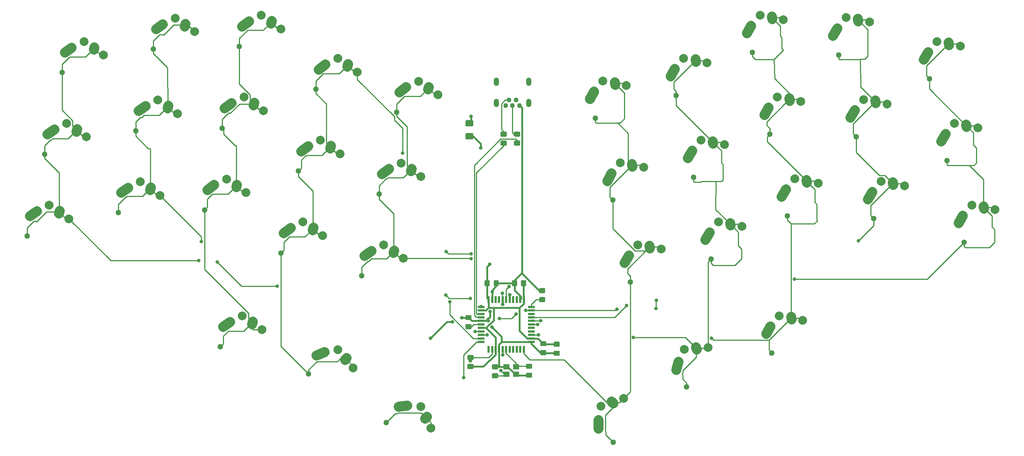
<source format=gbr>
G04 #@! TF.GenerationSoftware,KiCad,Pcbnew,5.1.5*
G04 #@! TF.CreationDate,2020-02-23T20:52:15-06:00*
G04 #@! TF.ProjectId,m'ergo,6d276572-676f-42e6-9b69-6361645f7063,rev?*
G04 #@! TF.SameCoordinates,Original*
G04 #@! TF.FileFunction,Copper,L1,Top*
G04 #@! TF.FilePolarity,Positive*
%FSLAX46Y46*%
G04 Gerber Fmt 4.6, Leading zero omitted, Abs format (unit mm)*
G04 Created by KiCad (PCBNEW 5.1.5) date 2020-02-23 20:52:15*
%MOMM*%
%LPD*%
G04 APERTURE LIST*
%ADD10C,1.300000*%
%ADD11C,2.250000*%
%ADD12C,2.000000*%
%ADD13R,0.550000X1.500000*%
%ADD14R,1.500000X0.550000*%
%ADD15O,1.200000X1.900000*%
%ADD16C,1.100000*%
%ADD17R,1.400000X1.200000*%
%ADD18C,0.100000*%
%ADD19C,0.800000*%
%ADD20C,0.381000*%
%ADD21C,0.250000*%
G04 APERTURE END LIST*
D10*
X59252855Y-27002967D03*
D11*
X59836687Y-22447816D02*
X61421605Y-21292074D01*
X66427957Y-21788829D02*
X66587231Y-21229693D01*
D12*
X68710202Y-23050899D03*
X64256079Y-19957229D03*
D10*
X96256455Y-36166667D03*
D11*
X96840287Y-31611516D02*
X98425205Y-30455774D01*
X103431557Y-30952529D02*
X103590831Y-30393393D01*
D12*
X105713802Y-32214599D03*
X101259679Y-29120929D03*
D10*
X239836408Y-52399725D03*
D11*
X238517018Y-48000921D02*
X239494830Y-46300455D01*
X244270409Y-44717996D02*
X244188493Y-44142418D01*
D12*
X246868674Y-44942682D03*
X241541321Y-43928129D03*
D10*
X199587408Y-46413325D03*
D11*
X198268018Y-42014521D02*
X199245830Y-40314055D01*
X204021409Y-38731596D02*
X203939493Y-38156018D01*
D12*
X206619674Y-38956282D03*
X201292321Y-37941729D03*
D10*
X114625455Y-41369567D03*
D11*
X115209287Y-36814416D02*
X116794205Y-35658674D01*
X121800557Y-36155429D02*
X121959831Y-35596293D01*
D12*
X124082802Y-37417499D03*
X119628679Y-34323829D03*
D10*
X55292055Y-45636667D03*
D11*
X55875887Y-41081516D02*
X57460805Y-39925774D01*
X62467157Y-40422529D02*
X62626431Y-39863393D01*
D12*
X64749402Y-41684599D03*
X60295279Y-38590929D03*
D13*
X135573000Y-84025500D03*
X136373000Y-84025500D03*
X137173000Y-84025500D03*
X137973000Y-84025500D03*
X138773000Y-84025500D03*
X139573000Y-84025500D03*
X140373000Y-84025500D03*
X141173000Y-84025500D03*
X141973000Y-84025500D03*
X142773000Y-84025500D03*
X143573000Y-84025500D03*
D14*
X145273000Y-85725500D03*
X145273000Y-86525500D03*
X145273000Y-87325500D03*
X145273000Y-88125500D03*
X145273000Y-88925500D03*
X145273000Y-89725500D03*
X145273000Y-90525500D03*
X145273000Y-91325500D03*
X145273000Y-92125500D03*
X145273000Y-92925500D03*
X145273000Y-93725500D03*
D13*
X143573000Y-95425500D03*
X142773000Y-95425500D03*
X141973000Y-95425500D03*
X141173000Y-95425500D03*
X140373000Y-95425500D03*
X139573000Y-95425500D03*
X138773000Y-95425500D03*
X137973000Y-95425500D03*
X137173000Y-95425500D03*
X136373000Y-95425500D03*
X135573000Y-95425500D03*
D14*
X133873000Y-93725500D03*
X133873000Y-92925500D03*
X133873000Y-92125500D03*
X133873000Y-91325500D03*
X133873000Y-90525500D03*
X133873000Y-89725500D03*
X133873000Y-88925500D03*
X133873000Y-88125500D03*
X133873000Y-87325500D03*
X133873000Y-86525500D03*
X133873000Y-85725500D03*
D10*
X167810408Y-80043925D03*
D11*
X166491018Y-75645121D02*
X167468830Y-73944655D01*
X172244409Y-72362196D02*
X172162493Y-71786618D01*
D12*
X174842674Y-72586882D03*
X169515321Y-71572329D03*
D15*
X137366000Y-39230300D03*
X144666000Y-39230300D03*
D16*
X142616000Y-39830300D03*
X141816000Y-38630300D03*
X141016000Y-39830300D03*
X140216000Y-38630300D03*
X139416000Y-39830300D03*
D15*
X144666000Y-34410300D03*
X137366000Y-34410300D03*
D10*
X163904430Y-116580519D03*
D11*
X160562403Y-113430739D02*
X160558979Y-111469185D01*
X163903523Y-107710946D02*
X163544791Y-107253440D01*
D12*
X166266028Y-106606397D03*
X161145129Y-108391446D03*
D10*
X200014408Y-96236025D03*
D11*
X198695018Y-91837221D02*
X199672830Y-90136755D01*
X204448409Y-88554296D02*
X204366493Y-87978718D01*
D12*
X207046674Y-88778982D03*
X201719321Y-87764429D03*
D10*
X180629247Y-103993259D03*
D11*
X178216321Y-100085824D02*
X178720701Y-98190224D01*
X182923986Y-95425674D02*
X182695890Y-94890910D01*
D12*
X185491869Y-94970224D03*
X180083456Y-95369062D03*
D10*
X74533855Y-94831367D03*
D11*
X75117687Y-90276216D02*
X76702605Y-89120474D01*
X81708957Y-89617229D02*
X81868231Y-89058093D01*
D12*
X83991202Y-90879299D03*
X79537079Y-87785629D03*
D10*
X112297083Y-112055621D03*
D11*
X115080272Y-108402660D02*
X117030722Y-108194218D01*
X121117973Y-111127596D02*
X121535475Y-110723008D01*
D12*
X122463420Y-113361703D03*
X120152871Y-108455446D03*
D10*
X94619430Y-100989792D03*
D11*
X96362328Y-96740961D02*
X98192368Y-96034807D01*
X102899564Y-97810374D02*
X103198126Y-97311514D01*
D12*
X104777396Y-99620129D03*
X101275744Y-95479062D03*
D10*
X243797408Y-71033425D03*
D11*
X242478018Y-66634621D02*
X243455830Y-64934155D01*
X248231409Y-63351696D02*
X248149493Y-62776118D01*
D12*
X250829674Y-63576382D03*
X245502321Y-62561829D03*
D10*
X235875408Y-33766025D03*
D11*
X234556018Y-29367221D02*
X235533830Y-27666755D01*
X240309409Y-26084296D02*
X240227493Y-25508718D01*
D12*
X242907674Y-26308982D03*
X237580321Y-25294429D03*
D10*
X223162408Y-65577925D03*
D11*
X221843018Y-61179121D02*
X222820830Y-59478655D01*
X227596409Y-57896196D02*
X227514493Y-57320618D01*
D12*
X230194674Y-58120882D03*
X224867321Y-57106329D03*
D10*
X219201408Y-46944225D03*
D11*
X217882018Y-42545421D02*
X218859830Y-40844955D01*
X223635409Y-39262496D02*
X223553493Y-38686918D01*
D12*
X226233674Y-39487182D03*
X220906321Y-38472629D03*
D10*
X215240408Y-28310525D03*
D11*
X213921018Y-23911721D02*
X214898830Y-22211255D01*
X219674409Y-20628796D02*
X219592493Y-20053218D01*
D12*
X222272674Y-20853482D03*
X216945321Y-19838929D03*
D10*
X203547408Y-65047025D03*
D11*
X202228018Y-60648221D02*
X203205830Y-58947755D01*
X207981409Y-57365296D02*
X207899493Y-56789718D01*
D12*
X210579674Y-57589982D03*
X205252321Y-56575429D03*
D10*
X195626408Y-27779625D03*
D11*
X194307018Y-23380821D02*
X195284830Y-21680355D01*
X200060409Y-20097896D02*
X199978493Y-19522318D01*
D12*
X202658674Y-20322582D03*
X197331321Y-19308029D03*
D10*
X186179408Y-74841025D03*
D11*
X184860018Y-70442221D02*
X185837830Y-68741755D01*
X190613409Y-67159296D02*
X190531493Y-66583718D01*
D12*
X193211674Y-67383982D03*
X187884321Y-66369429D03*
D10*
X182219408Y-56207325D03*
D11*
X180900018Y-51808521D02*
X181877830Y-50108055D01*
X186653409Y-48525596D02*
X186571493Y-47950018D01*
D12*
X189251674Y-48750282D03*
X183924321Y-47735729D03*
D10*
X178258408Y-37573625D03*
D11*
X176939018Y-33174821D02*
X177916830Y-31474355D01*
X182692409Y-29891896D02*
X182610493Y-29316318D01*
D12*
X185290674Y-30116582D03*
X179963321Y-29102029D03*
D10*
X163849408Y-61410225D03*
D11*
X162530018Y-57011421D02*
X163507830Y-55310955D01*
X168283409Y-53728496D02*
X168201493Y-53152918D01*
D12*
X170881674Y-53953182D03*
X165554321Y-52938629D03*
D10*
X159888408Y-42776525D03*
D11*
X158569018Y-38377721D02*
X159546830Y-36677255D01*
X164322409Y-35094796D02*
X164240493Y-34519218D01*
D12*
X166920674Y-35319482D03*
X161593321Y-34304929D03*
D10*
X106704455Y-78637067D03*
D11*
X107288287Y-74081916D02*
X108873205Y-72926174D01*
X113879557Y-73422929D02*
X114038831Y-72863793D01*
D12*
X116161802Y-74684999D03*
X111707679Y-71591329D03*
D10*
X110665455Y-60003367D03*
D11*
X111249287Y-55448216D02*
X112834205Y-54292474D01*
X117840557Y-54789229D02*
X117999831Y-54230093D01*
D12*
X120122802Y-56051299D03*
X115668679Y-52957629D03*
D10*
X88334755Y-73434067D03*
D11*
X88918587Y-68878916D02*
X90503505Y-67723174D01*
X95509857Y-68219929D02*
X95669131Y-67660793D01*
D12*
X97792102Y-69481999D03*
X93337979Y-66388329D03*
D10*
X92295455Y-54800367D03*
D11*
X92879287Y-50245216D02*
X94464205Y-49089474D01*
X99470557Y-49586229D02*
X99629831Y-49027093D01*
D12*
X101752802Y-50848299D03*
X97298679Y-47754629D03*
D10*
X70942055Y-63634767D03*
D11*
X71525887Y-59079616D02*
X73110805Y-57923874D01*
X78117157Y-58420629D02*
X78276431Y-57861493D01*
D12*
X80399402Y-59682699D03*
X75945279Y-56589029D03*
D10*
X74902755Y-45001067D03*
D11*
X75486587Y-40445916D02*
X77071505Y-39290174D01*
X82077857Y-39786929D02*
X82237131Y-39227793D01*
D12*
X84360102Y-41048999D03*
X79905979Y-37955329D03*
D10*
X78863455Y-26367367D03*
D11*
X79447287Y-21812216D02*
X81032205Y-20656474D01*
X86038557Y-21153229D02*
X86197831Y-20594093D01*
D12*
X88320802Y-22415299D03*
X83866679Y-19321629D03*
D10*
X51331355Y-64270367D03*
D11*
X51915187Y-59715216D02*
X53500105Y-58559474D01*
X58506457Y-59056229D02*
X58665731Y-58497093D01*
D12*
X60788702Y-60318299D03*
X56334579Y-57224629D03*
D10*
X30593055Y-69600167D03*
D11*
X31176887Y-65045016D02*
X32761805Y-63889274D01*
X37768157Y-64386029D02*
X37927431Y-63826893D01*
D12*
X40050402Y-65648099D03*
X35596279Y-62554429D03*
D10*
X34553755Y-50966367D03*
D11*
X35137587Y-46411216D02*
X36722505Y-45255474D01*
X41728857Y-45752229D02*
X41888131Y-45193093D01*
D12*
X44011102Y-47014299D03*
X39556979Y-43920629D03*
D10*
X38514555Y-32332667D03*
D11*
X39098387Y-27777516D02*
X40683305Y-26621774D01*
X45689657Y-27118529D02*
X45848931Y-26559393D01*
D12*
X47971902Y-28380599D03*
X43517779Y-25286929D03*
D17*
X141816000Y-101116500D03*
X139616000Y-101116500D03*
X139616000Y-99416500D03*
X141816000Y-99416500D03*
G04 #@! TA.AperFunction,SMDPad,CuDef*
D18*
G36*
X148239005Y-83500204D02*
G01*
X148263273Y-83503804D01*
X148287072Y-83509765D01*
X148310171Y-83518030D01*
X148332350Y-83528520D01*
X148353393Y-83541132D01*
X148373099Y-83555747D01*
X148391277Y-83572223D01*
X148407753Y-83590401D01*
X148422368Y-83610107D01*
X148434980Y-83631150D01*
X148445470Y-83653329D01*
X148453735Y-83676428D01*
X148459696Y-83700227D01*
X148463296Y-83724495D01*
X148464500Y-83748999D01*
X148464500Y-84399001D01*
X148463296Y-84423505D01*
X148459696Y-84447773D01*
X148453735Y-84471572D01*
X148445470Y-84494671D01*
X148434980Y-84516850D01*
X148422368Y-84537893D01*
X148407753Y-84557599D01*
X148391277Y-84575777D01*
X148373099Y-84592253D01*
X148353393Y-84606868D01*
X148332350Y-84619480D01*
X148310171Y-84629970D01*
X148287072Y-84638235D01*
X148263273Y-84644196D01*
X148239005Y-84647796D01*
X148214501Y-84649000D01*
X147314499Y-84649000D01*
X147289995Y-84647796D01*
X147265727Y-84644196D01*
X147241928Y-84638235D01*
X147218829Y-84629970D01*
X147196650Y-84619480D01*
X147175607Y-84606868D01*
X147155901Y-84592253D01*
X147137723Y-84575777D01*
X147121247Y-84557599D01*
X147106632Y-84537893D01*
X147094020Y-84516850D01*
X147083530Y-84494671D01*
X147075265Y-84471572D01*
X147069304Y-84447773D01*
X147065704Y-84423505D01*
X147064500Y-84399001D01*
X147064500Y-83748999D01*
X147065704Y-83724495D01*
X147069304Y-83700227D01*
X147075265Y-83676428D01*
X147083530Y-83653329D01*
X147094020Y-83631150D01*
X147106632Y-83610107D01*
X147121247Y-83590401D01*
X147137723Y-83572223D01*
X147155901Y-83555747D01*
X147175607Y-83541132D01*
X147196650Y-83528520D01*
X147218829Y-83518030D01*
X147241928Y-83509765D01*
X147265727Y-83503804D01*
X147289995Y-83500204D01*
X147314499Y-83499000D01*
X148214501Y-83499000D01*
X148239005Y-83500204D01*
G37*
G04 #@! TD.AperFunction*
G04 #@! TA.AperFunction,SMDPad,CuDef*
G36*
X148239005Y-81450204D02*
G01*
X148263273Y-81453804D01*
X148287072Y-81459765D01*
X148310171Y-81468030D01*
X148332350Y-81478520D01*
X148353393Y-81491132D01*
X148373099Y-81505747D01*
X148391277Y-81522223D01*
X148407753Y-81540401D01*
X148422368Y-81560107D01*
X148434980Y-81581150D01*
X148445470Y-81603329D01*
X148453735Y-81626428D01*
X148459696Y-81650227D01*
X148463296Y-81674495D01*
X148464500Y-81698999D01*
X148464500Y-82349001D01*
X148463296Y-82373505D01*
X148459696Y-82397773D01*
X148453735Y-82421572D01*
X148445470Y-82444671D01*
X148434980Y-82466850D01*
X148422368Y-82487893D01*
X148407753Y-82507599D01*
X148391277Y-82525777D01*
X148373099Y-82542253D01*
X148353393Y-82556868D01*
X148332350Y-82569480D01*
X148310171Y-82579970D01*
X148287072Y-82588235D01*
X148263273Y-82594196D01*
X148239005Y-82597796D01*
X148214501Y-82599000D01*
X147314499Y-82599000D01*
X147289995Y-82597796D01*
X147265727Y-82594196D01*
X147241928Y-82588235D01*
X147218829Y-82579970D01*
X147196650Y-82569480D01*
X147175607Y-82556868D01*
X147155901Y-82542253D01*
X147137723Y-82525777D01*
X147121247Y-82507599D01*
X147106632Y-82487893D01*
X147094020Y-82466850D01*
X147083530Y-82444671D01*
X147075265Y-82421572D01*
X147069304Y-82397773D01*
X147065704Y-82373505D01*
X147064500Y-82349001D01*
X147064500Y-81698999D01*
X147065704Y-81674495D01*
X147069304Y-81650227D01*
X147075265Y-81626428D01*
X147083530Y-81603329D01*
X147094020Y-81581150D01*
X147106632Y-81560107D01*
X147121247Y-81540401D01*
X147137723Y-81522223D01*
X147155901Y-81505747D01*
X147175607Y-81491132D01*
X147196650Y-81478520D01*
X147218829Y-81468030D01*
X147241928Y-81459765D01*
X147265727Y-81453804D01*
X147289995Y-81450204D01*
X147314499Y-81449000D01*
X148214501Y-81449000D01*
X148239005Y-81450204D01*
G37*
G04 #@! TD.AperFunction*
G04 #@! TA.AperFunction,SMDPad,CuDef*
G36*
X131919505Y-96690204D02*
G01*
X131943773Y-96693804D01*
X131967572Y-96699765D01*
X131990671Y-96708030D01*
X132012850Y-96718520D01*
X132033893Y-96731132D01*
X132053599Y-96745747D01*
X132071777Y-96762223D01*
X132088253Y-96780401D01*
X132102868Y-96800107D01*
X132115480Y-96821150D01*
X132125970Y-96843329D01*
X132134235Y-96866428D01*
X132140196Y-96890227D01*
X132143796Y-96914495D01*
X132145000Y-96938999D01*
X132145000Y-97589001D01*
X132143796Y-97613505D01*
X132140196Y-97637773D01*
X132134235Y-97661572D01*
X132125970Y-97684671D01*
X132115480Y-97706850D01*
X132102868Y-97727893D01*
X132088253Y-97747599D01*
X132071777Y-97765777D01*
X132053599Y-97782253D01*
X132033893Y-97796868D01*
X132012850Y-97809480D01*
X131990671Y-97819970D01*
X131967572Y-97828235D01*
X131943773Y-97834196D01*
X131919505Y-97837796D01*
X131895001Y-97839000D01*
X130994999Y-97839000D01*
X130970495Y-97837796D01*
X130946227Y-97834196D01*
X130922428Y-97828235D01*
X130899329Y-97819970D01*
X130877150Y-97809480D01*
X130856107Y-97796868D01*
X130836401Y-97782253D01*
X130818223Y-97765777D01*
X130801747Y-97747599D01*
X130787132Y-97727893D01*
X130774520Y-97706850D01*
X130764030Y-97684671D01*
X130755765Y-97661572D01*
X130749804Y-97637773D01*
X130746204Y-97613505D01*
X130745000Y-97589001D01*
X130745000Y-96938999D01*
X130746204Y-96914495D01*
X130749804Y-96890227D01*
X130755765Y-96866428D01*
X130764030Y-96843329D01*
X130774520Y-96821150D01*
X130787132Y-96800107D01*
X130801747Y-96780401D01*
X130818223Y-96762223D01*
X130836401Y-96745747D01*
X130856107Y-96731132D01*
X130877150Y-96718520D01*
X130899329Y-96708030D01*
X130922428Y-96699765D01*
X130946227Y-96693804D01*
X130970495Y-96690204D01*
X130994999Y-96689000D01*
X131895001Y-96689000D01*
X131919505Y-96690204D01*
G37*
G04 #@! TD.AperFunction*
G04 #@! TA.AperFunction,SMDPad,CuDef*
G36*
X131919505Y-98740204D02*
G01*
X131943773Y-98743804D01*
X131967572Y-98749765D01*
X131990671Y-98758030D01*
X132012850Y-98768520D01*
X132033893Y-98781132D01*
X132053599Y-98795747D01*
X132071777Y-98812223D01*
X132088253Y-98830401D01*
X132102868Y-98850107D01*
X132115480Y-98871150D01*
X132125970Y-98893329D01*
X132134235Y-98916428D01*
X132140196Y-98940227D01*
X132143796Y-98964495D01*
X132145000Y-98988999D01*
X132145000Y-99639001D01*
X132143796Y-99663505D01*
X132140196Y-99687773D01*
X132134235Y-99711572D01*
X132125970Y-99734671D01*
X132115480Y-99756850D01*
X132102868Y-99777893D01*
X132088253Y-99797599D01*
X132071777Y-99815777D01*
X132053599Y-99832253D01*
X132033893Y-99846868D01*
X132012850Y-99859480D01*
X131990671Y-99869970D01*
X131967572Y-99878235D01*
X131943773Y-99884196D01*
X131919505Y-99887796D01*
X131895001Y-99889000D01*
X130994999Y-99889000D01*
X130970495Y-99887796D01*
X130946227Y-99884196D01*
X130922428Y-99878235D01*
X130899329Y-99869970D01*
X130877150Y-99859480D01*
X130856107Y-99846868D01*
X130836401Y-99832253D01*
X130818223Y-99815777D01*
X130801747Y-99797599D01*
X130787132Y-99777893D01*
X130774520Y-99756850D01*
X130764030Y-99734671D01*
X130755765Y-99711572D01*
X130749804Y-99687773D01*
X130746204Y-99663505D01*
X130745000Y-99639001D01*
X130745000Y-98988999D01*
X130746204Y-98964495D01*
X130749804Y-98940227D01*
X130755765Y-98916428D01*
X130764030Y-98893329D01*
X130774520Y-98871150D01*
X130787132Y-98850107D01*
X130801747Y-98830401D01*
X130818223Y-98812223D01*
X130836401Y-98795747D01*
X130856107Y-98781132D01*
X130877150Y-98768520D01*
X130899329Y-98758030D01*
X130922428Y-98749765D01*
X130946227Y-98743804D01*
X130970495Y-98740204D01*
X130994999Y-98739000D01*
X131895001Y-98739000D01*
X131919505Y-98740204D01*
G37*
G04 #@! TD.AperFunction*
G04 #@! TA.AperFunction,SMDPad,CuDef*
G36*
X142531505Y-45793704D02*
G01*
X142555773Y-45797304D01*
X142579572Y-45803265D01*
X142602671Y-45811530D01*
X142624850Y-45822020D01*
X142645893Y-45834632D01*
X142665599Y-45849247D01*
X142683777Y-45865723D01*
X142700253Y-45883901D01*
X142714868Y-45903607D01*
X142727480Y-45924650D01*
X142737970Y-45946829D01*
X142746235Y-45969928D01*
X142752196Y-45993727D01*
X142755796Y-46017995D01*
X142757000Y-46042499D01*
X142757000Y-46692501D01*
X142755796Y-46717005D01*
X142752196Y-46741273D01*
X142746235Y-46765072D01*
X142737970Y-46788171D01*
X142727480Y-46810350D01*
X142714868Y-46831393D01*
X142700253Y-46851099D01*
X142683777Y-46869277D01*
X142665599Y-46885753D01*
X142645893Y-46900368D01*
X142624850Y-46912980D01*
X142602671Y-46923470D01*
X142579572Y-46931735D01*
X142555773Y-46937696D01*
X142531505Y-46941296D01*
X142507001Y-46942500D01*
X141606999Y-46942500D01*
X141582495Y-46941296D01*
X141558227Y-46937696D01*
X141534428Y-46931735D01*
X141511329Y-46923470D01*
X141489150Y-46912980D01*
X141468107Y-46900368D01*
X141448401Y-46885753D01*
X141430223Y-46869277D01*
X141413747Y-46851099D01*
X141399132Y-46831393D01*
X141386520Y-46810350D01*
X141376030Y-46788171D01*
X141367765Y-46765072D01*
X141361804Y-46741273D01*
X141358204Y-46717005D01*
X141357000Y-46692501D01*
X141357000Y-46042499D01*
X141358204Y-46017995D01*
X141361804Y-45993727D01*
X141367765Y-45969928D01*
X141376030Y-45946829D01*
X141386520Y-45924650D01*
X141399132Y-45903607D01*
X141413747Y-45883901D01*
X141430223Y-45865723D01*
X141448401Y-45849247D01*
X141468107Y-45834632D01*
X141489150Y-45822020D01*
X141511329Y-45811530D01*
X141534428Y-45803265D01*
X141558227Y-45797304D01*
X141582495Y-45793704D01*
X141606999Y-45792500D01*
X142507001Y-45792500D01*
X142531505Y-45793704D01*
G37*
G04 #@! TD.AperFunction*
G04 #@! TA.AperFunction,SMDPad,CuDef*
G36*
X142531505Y-47843704D02*
G01*
X142555773Y-47847304D01*
X142579572Y-47853265D01*
X142602671Y-47861530D01*
X142624850Y-47872020D01*
X142645893Y-47884632D01*
X142665599Y-47899247D01*
X142683777Y-47915723D01*
X142700253Y-47933901D01*
X142714868Y-47953607D01*
X142727480Y-47974650D01*
X142737970Y-47996829D01*
X142746235Y-48019928D01*
X142752196Y-48043727D01*
X142755796Y-48067995D01*
X142757000Y-48092499D01*
X142757000Y-48742501D01*
X142755796Y-48767005D01*
X142752196Y-48791273D01*
X142746235Y-48815072D01*
X142737970Y-48838171D01*
X142727480Y-48860350D01*
X142714868Y-48881393D01*
X142700253Y-48901099D01*
X142683777Y-48919277D01*
X142665599Y-48935753D01*
X142645893Y-48950368D01*
X142624850Y-48962980D01*
X142602671Y-48973470D01*
X142579572Y-48981735D01*
X142555773Y-48987696D01*
X142531505Y-48991296D01*
X142507001Y-48992500D01*
X141606999Y-48992500D01*
X141582495Y-48991296D01*
X141558227Y-48987696D01*
X141534428Y-48981735D01*
X141511329Y-48973470D01*
X141489150Y-48962980D01*
X141468107Y-48950368D01*
X141448401Y-48935753D01*
X141430223Y-48919277D01*
X141413747Y-48901099D01*
X141399132Y-48881393D01*
X141386520Y-48860350D01*
X141376030Y-48838171D01*
X141367765Y-48815072D01*
X141361804Y-48791273D01*
X141358204Y-48767005D01*
X141357000Y-48742501D01*
X141357000Y-48092499D01*
X141358204Y-48067995D01*
X141361804Y-48043727D01*
X141367765Y-48019928D01*
X141376030Y-47996829D01*
X141386520Y-47974650D01*
X141399132Y-47953607D01*
X141413747Y-47933901D01*
X141430223Y-47915723D01*
X141448401Y-47899247D01*
X141468107Y-47884632D01*
X141489150Y-47872020D01*
X141511329Y-47861530D01*
X141534428Y-47853265D01*
X141558227Y-47847304D01*
X141582495Y-47843704D01*
X141606999Y-47842500D01*
X142507001Y-47842500D01*
X142531505Y-47843704D01*
G37*
G04 #@! TD.AperFunction*
G04 #@! TA.AperFunction,SMDPad,CuDef*
G36*
X139476505Y-45793704D02*
G01*
X139500773Y-45797304D01*
X139524572Y-45803265D01*
X139547671Y-45811530D01*
X139569850Y-45822020D01*
X139590893Y-45834632D01*
X139610599Y-45849247D01*
X139628777Y-45865723D01*
X139645253Y-45883901D01*
X139659868Y-45903607D01*
X139672480Y-45924650D01*
X139682970Y-45946829D01*
X139691235Y-45969928D01*
X139697196Y-45993727D01*
X139700796Y-46017995D01*
X139702000Y-46042499D01*
X139702000Y-46692501D01*
X139700796Y-46717005D01*
X139697196Y-46741273D01*
X139691235Y-46765072D01*
X139682970Y-46788171D01*
X139672480Y-46810350D01*
X139659868Y-46831393D01*
X139645253Y-46851099D01*
X139628777Y-46869277D01*
X139610599Y-46885753D01*
X139590893Y-46900368D01*
X139569850Y-46912980D01*
X139547671Y-46923470D01*
X139524572Y-46931735D01*
X139500773Y-46937696D01*
X139476505Y-46941296D01*
X139452001Y-46942500D01*
X138551999Y-46942500D01*
X138527495Y-46941296D01*
X138503227Y-46937696D01*
X138479428Y-46931735D01*
X138456329Y-46923470D01*
X138434150Y-46912980D01*
X138413107Y-46900368D01*
X138393401Y-46885753D01*
X138375223Y-46869277D01*
X138358747Y-46851099D01*
X138344132Y-46831393D01*
X138331520Y-46810350D01*
X138321030Y-46788171D01*
X138312765Y-46765072D01*
X138306804Y-46741273D01*
X138303204Y-46717005D01*
X138302000Y-46692501D01*
X138302000Y-46042499D01*
X138303204Y-46017995D01*
X138306804Y-45993727D01*
X138312765Y-45969928D01*
X138321030Y-45946829D01*
X138331520Y-45924650D01*
X138344132Y-45903607D01*
X138358747Y-45883901D01*
X138375223Y-45865723D01*
X138393401Y-45849247D01*
X138413107Y-45834632D01*
X138434150Y-45822020D01*
X138456329Y-45811530D01*
X138479428Y-45803265D01*
X138503227Y-45797304D01*
X138527495Y-45793704D01*
X138551999Y-45792500D01*
X139452001Y-45792500D01*
X139476505Y-45793704D01*
G37*
G04 #@! TD.AperFunction*
G04 #@! TA.AperFunction,SMDPad,CuDef*
G36*
X139476505Y-47843704D02*
G01*
X139500773Y-47847304D01*
X139524572Y-47853265D01*
X139547671Y-47861530D01*
X139569850Y-47872020D01*
X139590893Y-47884632D01*
X139610599Y-47899247D01*
X139628777Y-47915723D01*
X139645253Y-47933901D01*
X139659868Y-47953607D01*
X139672480Y-47974650D01*
X139682970Y-47996829D01*
X139691235Y-48019928D01*
X139697196Y-48043727D01*
X139700796Y-48067995D01*
X139702000Y-48092499D01*
X139702000Y-48742501D01*
X139700796Y-48767005D01*
X139697196Y-48791273D01*
X139691235Y-48815072D01*
X139682970Y-48838171D01*
X139672480Y-48860350D01*
X139659868Y-48881393D01*
X139645253Y-48901099D01*
X139628777Y-48919277D01*
X139610599Y-48935753D01*
X139590893Y-48950368D01*
X139569850Y-48962980D01*
X139547671Y-48973470D01*
X139524572Y-48981735D01*
X139500773Y-48987696D01*
X139476505Y-48991296D01*
X139452001Y-48992500D01*
X138551999Y-48992500D01*
X138527495Y-48991296D01*
X138503227Y-48987696D01*
X138479428Y-48981735D01*
X138456329Y-48973470D01*
X138434150Y-48962980D01*
X138413107Y-48950368D01*
X138393401Y-48935753D01*
X138375223Y-48919277D01*
X138358747Y-48901099D01*
X138344132Y-48881393D01*
X138331520Y-48860350D01*
X138321030Y-48838171D01*
X138312765Y-48815072D01*
X138306804Y-48791273D01*
X138303204Y-48767005D01*
X138302000Y-48742501D01*
X138302000Y-48092499D01*
X138303204Y-48067995D01*
X138306804Y-48043727D01*
X138312765Y-48019928D01*
X138321030Y-47996829D01*
X138331520Y-47974650D01*
X138344132Y-47953607D01*
X138358747Y-47933901D01*
X138375223Y-47915723D01*
X138393401Y-47899247D01*
X138413107Y-47884632D01*
X138434150Y-47872020D01*
X138456329Y-47861530D01*
X138479428Y-47853265D01*
X138503227Y-47847304D01*
X138527495Y-47843704D01*
X138551999Y-47842500D01*
X139452001Y-47842500D01*
X139476505Y-47843704D01*
G37*
G04 #@! TD.AperFunction*
G04 #@! TA.AperFunction,SMDPad,CuDef*
G36*
X131840504Y-43176704D02*
G01*
X131864773Y-43180304D01*
X131888571Y-43186265D01*
X131911671Y-43194530D01*
X131933849Y-43205020D01*
X131954893Y-43217633D01*
X131974598Y-43232247D01*
X131992777Y-43248723D01*
X132009253Y-43266902D01*
X132023867Y-43286607D01*
X132036480Y-43307651D01*
X132046970Y-43329829D01*
X132055235Y-43352929D01*
X132061196Y-43376727D01*
X132064796Y-43400996D01*
X132066000Y-43425500D01*
X132066000Y-44350500D01*
X132064796Y-44375004D01*
X132061196Y-44399273D01*
X132055235Y-44423071D01*
X132046970Y-44446171D01*
X132036480Y-44468349D01*
X132023867Y-44489393D01*
X132009253Y-44509098D01*
X131992777Y-44527277D01*
X131974598Y-44543753D01*
X131954893Y-44558367D01*
X131933849Y-44570980D01*
X131911671Y-44581470D01*
X131888571Y-44589735D01*
X131864773Y-44595696D01*
X131840504Y-44599296D01*
X131816000Y-44600500D01*
X130566000Y-44600500D01*
X130541496Y-44599296D01*
X130517227Y-44595696D01*
X130493429Y-44589735D01*
X130470329Y-44581470D01*
X130448151Y-44570980D01*
X130427107Y-44558367D01*
X130407402Y-44543753D01*
X130389223Y-44527277D01*
X130372747Y-44509098D01*
X130358133Y-44489393D01*
X130345520Y-44468349D01*
X130335030Y-44446171D01*
X130326765Y-44423071D01*
X130320804Y-44399273D01*
X130317204Y-44375004D01*
X130316000Y-44350500D01*
X130316000Y-43425500D01*
X130317204Y-43400996D01*
X130320804Y-43376727D01*
X130326765Y-43352929D01*
X130335030Y-43329829D01*
X130345520Y-43307651D01*
X130358133Y-43286607D01*
X130372747Y-43266902D01*
X130389223Y-43248723D01*
X130407402Y-43232247D01*
X130427107Y-43217633D01*
X130448151Y-43205020D01*
X130470329Y-43194530D01*
X130493429Y-43186265D01*
X130517227Y-43180304D01*
X130541496Y-43176704D01*
X130566000Y-43175500D01*
X131816000Y-43175500D01*
X131840504Y-43176704D01*
G37*
G04 #@! TD.AperFunction*
G04 #@! TA.AperFunction,SMDPad,CuDef*
G36*
X131840504Y-46151704D02*
G01*
X131864773Y-46155304D01*
X131888571Y-46161265D01*
X131911671Y-46169530D01*
X131933849Y-46180020D01*
X131954893Y-46192633D01*
X131974598Y-46207247D01*
X131992777Y-46223723D01*
X132009253Y-46241902D01*
X132023867Y-46261607D01*
X132036480Y-46282651D01*
X132046970Y-46304829D01*
X132055235Y-46327929D01*
X132061196Y-46351727D01*
X132064796Y-46375996D01*
X132066000Y-46400500D01*
X132066000Y-47325500D01*
X132064796Y-47350004D01*
X132061196Y-47374273D01*
X132055235Y-47398071D01*
X132046970Y-47421171D01*
X132036480Y-47443349D01*
X132023867Y-47464393D01*
X132009253Y-47484098D01*
X131992777Y-47502277D01*
X131974598Y-47518753D01*
X131954893Y-47533367D01*
X131933849Y-47545980D01*
X131911671Y-47556470D01*
X131888571Y-47564735D01*
X131864773Y-47570696D01*
X131840504Y-47574296D01*
X131816000Y-47575500D01*
X130566000Y-47575500D01*
X130541496Y-47574296D01*
X130517227Y-47570696D01*
X130493429Y-47564735D01*
X130470329Y-47556470D01*
X130448151Y-47545980D01*
X130427107Y-47533367D01*
X130407402Y-47518753D01*
X130389223Y-47502277D01*
X130372747Y-47484098D01*
X130358133Y-47464393D01*
X130345520Y-47443349D01*
X130335030Y-47421171D01*
X130326765Y-47398071D01*
X130320804Y-47374273D01*
X130317204Y-47350004D01*
X130316000Y-47325500D01*
X130316000Y-46400500D01*
X130317204Y-46375996D01*
X130320804Y-46351727D01*
X130326765Y-46327929D01*
X130335030Y-46304829D01*
X130345520Y-46282651D01*
X130358133Y-46261607D01*
X130372747Y-46241902D01*
X130389223Y-46223723D01*
X130407402Y-46207247D01*
X130427107Y-46192633D01*
X130448151Y-46180020D01*
X130470329Y-46169530D01*
X130493429Y-46161265D01*
X130517227Y-46155304D01*
X130541496Y-46151704D01*
X130566000Y-46150500D01*
X131816000Y-46150500D01*
X131840504Y-46151704D01*
G37*
G04 #@! TD.AperFunction*
G04 #@! TA.AperFunction,SMDPad,CuDef*
G36*
X148493005Y-95574204D02*
G01*
X148517273Y-95577804D01*
X148541072Y-95583765D01*
X148564171Y-95592030D01*
X148586350Y-95602520D01*
X148607393Y-95615132D01*
X148627099Y-95629747D01*
X148645277Y-95646223D01*
X148661753Y-95664401D01*
X148676368Y-95684107D01*
X148688980Y-95705150D01*
X148699470Y-95727329D01*
X148707735Y-95750428D01*
X148713696Y-95774227D01*
X148717296Y-95798495D01*
X148718500Y-95822999D01*
X148718500Y-96473001D01*
X148717296Y-96497505D01*
X148713696Y-96521773D01*
X148707735Y-96545572D01*
X148699470Y-96568671D01*
X148688980Y-96590850D01*
X148676368Y-96611893D01*
X148661753Y-96631599D01*
X148645277Y-96649777D01*
X148627099Y-96666253D01*
X148607393Y-96680868D01*
X148586350Y-96693480D01*
X148564171Y-96703970D01*
X148541072Y-96712235D01*
X148517273Y-96718196D01*
X148493005Y-96721796D01*
X148468501Y-96723000D01*
X147568499Y-96723000D01*
X147543995Y-96721796D01*
X147519727Y-96718196D01*
X147495928Y-96712235D01*
X147472829Y-96703970D01*
X147450650Y-96693480D01*
X147429607Y-96680868D01*
X147409901Y-96666253D01*
X147391723Y-96649777D01*
X147375247Y-96631599D01*
X147360632Y-96611893D01*
X147348020Y-96590850D01*
X147337530Y-96568671D01*
X147329265Y-96545572D01*
X147323304Y-96521773D01*
X147319704Y-96497505D01*
X147318500Y-96473001D01*
X147318500Y-95822999D01*
X147319704Y-95798495D01*
X147323304Y-95774227D01*
X147329265Y-95750428D01*
X147337530Y-95727329D01*
X147348020Y-95705150D01*
X147360632Y-95684107D01*
X147375247Y-95664401D01*
X147391723Y-95646223D01*
X147409901Y-95629747D01*
X147429607Y-95615132D01*
X147450650Y-95602520D01*
X147472829Y-95592030D01*
X147495928Y-95583765D01*
X147519727Y-95577804D01*
X147543995Y-95574204D01*
X147568499Y-95573000D01*
X148468501Y-95573000D01*
X148493005Y-95574204D01*
G37*
G04 #@! TD.AperFunction*
G04 #@! TA.AperFunction,SMDPad,CuDef*
G36*
X148493005Y-93524204D02*
G01*
X148517273Y-93527804D01*
X148541072Y-93533765D01*
X148564171Y-93542030D01*
X148586350Y-93552520D01*
X148607393Y-93565132D01*
X148627099Y-93579747D01*
X148645277Y-93596223D01*
X148661753Y-93614401D01*
X148676368Y-93634107D01*
X148688980Y-93655150D01*
X148699470Y-93677329D01*
X148707735Y-93700428D01*
X148713696Y-93724227D01*
X148717296Y-93748495D01*
X148718500Y-93772999D01*
X148718500Y-94423001D01*
X148717296Y-94447505D01*
X148713696Y-94471773D01*
X148707735Y-94495572D01*
X148699470Y-94518671D01*
X148688980Y-94540850D01*
X148676368Y-94561893D01*
X148661753Y-94581599D01*
X148645277Y-94599777D01*
X148627099Y-94616253D01*
X148607393Y-94630868D01*
X148586350Y-94643480D01*
X148564171Y-94653970D01*
X148541072Y-94662235D01*
X148517273Y-94668196D01*
X148493005Y-94671796D01*
X148468501Y-94673000D01*
X147568499Y-94673000D01*
X147543995Y-94671796D01*
X147519727Y-94668196D01*
X147495928Y-94662235D01*
X147472829Y-94653970D01*
X147450650Y-94643480D01*
X147429607Y-94630868D01*
X147409901Y-94616253D01*
X147391723Y-94599777D01*
X147375247Y-94581599D01*
X147360632Y-94561893D01*
X147348020Y-94540850D01*
X147337530Y-94518671D01*
X147329265Y-94495572D01*
X147323304Y-94471773D01*
X147319704Y-94447505D01*
X147318500Y-94423001D01*
X147318500Y-93772999D01*
X147319704Y-93748495D01*
X147323304Y-93724227D01*
X147329265Y-93700428D01*
X147337530Y-93677329D01*
X147348020Y-93655150D01*
X147360632Y-93634107D01*
X147375247Y-93614401D01*
X147391723Y-93596223D01*
X147409901Y-93579747D01*
X147429607Y-93565132D01*
X147450650Y-93552520D01*
X147472829Y-93542030D01*
X147495928Y-93533765D01*
X147519727Y-93527804D01*
X147543995Y-93524204D01*
X147568499Y-93523000D01*
X148468501Y-93523000D01*
X148493005Y-93524204D01*
G37*
G04 #@! TD.AperFunction*
G04 #@! TA.AperFunction,SMDPad,CuDef*
G36*
X137645505Y-79628704D02*
G01*
X137669773Y-79632304D01*
X137693572Y-79638265D01*
X137716671Y-79646530D01*
X137738850Y-79657020D01*
X137759893Y-79669632D01*
X137779599Y-79684247D01*
X137797777Y-79700723D01*
X137814253Y-79718901D01*
X137828868Y-79738607D01*
X137841480Y-79759650D01*
X137851970Y-79781829D01*
X137860235Y-79804928D01*
X137866196Y-79828727D01*
X137869796Y-79852995D01*
X137871000Y-79877499D01*
X137871000Y-80777501D01*
X137869796Y-80802005D01*
X137866196Y-80826273D01*
X137860235Y-80850072D01*
X137851970Y-80873171D01*
X137841480Y-80895350D01*
X137828868Y-80916393D01*
X137814253Y-80936099D01*
X137797777Y-80954277D01*
X137779599Y-80970753D01*
X137759893Y-80985368D01*
X137738850Y-80997980D01*
X137716671Y-81008470D01*
X137693572Y-81016735D01*
X137669773Y-81022696D01*
X137645505Y-81026296D01*
X137621001Y-81027500D01*
X136970999Y-81027500D01*
X136946495Y-81026296D01*
X136922227Y-81022696D01*
X136898428Y-81016735D01*
X136875329Y-81008470D01*
X136853150Y-80997980D01*
X136832107Y-80985368D01*
X136812401Y-80970753D01*
X136794223Y-80954277D01*
X136777747Y-80936099D01*
X136763132Y-80916393D01*
X136750520Y-80895350D01*
X136740030Y-80873171D01*
X136731765Y-80850072D01*
X136725804Y-80826273D01*
X136722204Y-80802005D01*
X136721000Y-80777501D01*
X136721000Y-79877499D01*
X136722204Y-79852995D01*
X136725804Y-79828727D01*
X136731765Y-79804928D01*
X136740030Y-79781829D01*
X136750520Y-79759650D01*
X136763132Y-79738607D01*
X136777747Y-79718901D01*
X136794223Y-79700723D01*
X136812401Y-79684247D01*
X136832107Y-79669632D01*
X136853150Y-79657020D01*
X136875329Y-79646530D01*
X136898428Y-79638265D01*
X136922227Y-79632304D01*
X136946495Y-79628704D01*
X136970999Y-79627500D01*
X137621001Y-79627500D01*
X137645505Y-79628704D01*
G37*
G04 #@! TD.AperFunction*
G04 #@! TA.AperFunction,SMDPad,CuDef*
G36*
X135595505Y-79628704D02*
G01*
X135619773Y-79632304D01*
X135643572Y-79638265D01*
X135666671Y-79646530D01*
X135688850Y-79657020D01*
X135709893Y-79669632D01*
X135729599Y-79684247D01*
X135747777Y-79700723D01*
X135764253Y-79718901D01*
X135778868Y-79738607D01*
X135791480Y-79759650D01*
X135801970Y-79781829D01*
X135810235Y-79804928D01*
X135816196Y-79828727D01*
X135819796Y-79852995D01*
X135821000Y-79877499D01*
X135821000Y-80777501D01*
X135819796Y-80802005D01*
X135816196Y-80826273D01*
X135810235Y-80850072D01*
X135801970Y-80873171D01*
X135791480Y-80895350D01*
X135778868Y-80916393D01*
X135764253Y-80936099D01*
X135747777Y-80954277D01*
X135729599Y-80970753D01*
X135709893Y-80985368D01*
X135688850Y-80997980D01*
X135666671Y-81008470D01*
X135643572Y-81016735D01*
X135619773Y-81022696D01*
X135595505Y-81026296D01*
X135571001Y-81027500D01*
X134920999Y-81027500D01*
X134896495Y-81026296D01*
X134872227Y-81022696D01*
X134848428Y-81016735D01*
X134825329Y-81008470D01*
X134803150Y-80997980D01*
X134782107Y-80985368D01*
X134762401Y-80970753D01*
X134744223Y-80954277D01*
X134727747Y-80936099D01*
X134713132Y-80916393D01*
X134700520Y-80895350D01*
X134690030Y-80873171D01*
X134681765Y-80850072D01*
X134675804Y-80826273D01*
X134672204Y-80802005D01*
X134671000Y-80777501D01*
X134671000Y-79877499D01*
X134672204Y-79852995D01*
X134675804Y-79828727D01*
X134681765Y-79804928D01*
X134690030Y-79781829D01*
X134700520Y-79759650D01*
X134713132Y-79738607D01*
X134727747Y-79718901D01*
X134744223Y-79700723D01*
X134762401Y-79684247D01*
X134782107Y-79669632D01*
X134803150Y-79657020D01*
X134825329Y-79646530D01*
X134848428Y-79638265D01*
X134872227Y-79632304D01*
X134896495Y-79628704D01*
X134920999Y-79627500D01*
X135571001Y-79627500D01*
X135595505Y-79628704D01*
G37*
G04 #@! TD.AperFunction*
G04 #@! TA.AperFunction,SMDPad,CuDef*
G36*
X151541005Y-95710204D02*
G01*
X151565273Y-95713804D01*
X151589072Y-95719765D01*
X151612171Y-95728030D01*
X151634350Y-95738520D01*
X151655393Y-95751132D01*
X151675099Y-95765747D01*
X151693277Y-95782223D01*
X151709753Y-95800401D01*
X151724368Y-95820107D01*
X151736980Y-95841150D01*
X151747470Y-95863329D01*
X151755735Y-95886428D01*
X151761696Y-95910227D01*
X151765296Y-95934495D01*
X151766500Y-95958999D01*
X151766500Y-96609001D01*
X151765296Y-96633505D01*
X151761696Y-96657773D01*
X151755735Y-96681572D01*
X151747470Y-96704671D01*
X151736980Y-96726850D01*
X151724368Y-96747893D01*
X151709753Y-96767599D01*
X151693277Y-96785777D01*
X151675099Y-96802253D01*
X151655393Y-96816868D01*
X151634350Y-96829480D01*
X151612171Y-96839970D01*
X151589072Y-96848235D01*
X151565273Y-96854196D01*
X151541005Y-96857796D01*
X151516501Y-96859000D01*
X150616499Y-96859000D01*
X150591995Y-96857796D01*
X150567727Y-96854196D01*
X150543928Y-96848235D01*
X150520829Y-96839970D01*
X150498650Y-96829480D01*
X150477607Y-96816868D01*
X150457901Y-96802253D01*
X150439723Y-96785777D01*
X150423247Y-96767599D01*
X150408632Y-96747893D01*
X150396020Y-96726850D01*
X150385530Y-96704671D01*
X150377265Y-96681572D01*
X150371304Y-96657773D01*
X150367704Y-96633505D01*
X150366500Y-96609001D01*
X150366500Y-95958999D01*
X150367704Y-95934495D01*
X150371304Y-95910227D01*
X150377265Y-95886428D01*
X150385530Y-95863329D01*
X150396020Y-95841150D01*
X150408632Y-95820107D01*
X150423247Y-95800401D01*
X150439723Y-95782223D01*
X150457901Y-95765747D01*
X150477607Y-95751132D01*
X150498650Y-95738520D01*
X150520829Y-95728030D01*
X150543928Y-95719765D01*
X150567727Y-95713804D01*
X150591995Y-95710204D01*
X150616499Y-95709000D01*
X151516501Y-95709000D01*
X151541005Y-95710204D01*
G37*
G04 #@! TD.AperFunction*
G04 #@! TA.AperFunction,SMDPad,CuDef*
G36*
X151541005Y-93660204D02*
G01*
X151565273Y-93663804D01*
X151589072Y-93669765D01*
X151612171Y-93678030D01*
X151634350Y-93688520D01*
X151655393Y-93701132D01*
X151675099Y-93715747D01*
X151693277Y-93732223D01*
X151709753Y-93750401D01*
X151724368Y-93770107D01*
X151736980Y-93791150D01*
X151747470Y-93813329D01*
X151755735Y-93836428D01*
X151761696Y-93860227D01*
X151765296Y-93884495D01*
X151766500Y-93908999D01*
X151766500Y-94559001D01*
X151765296Y-94583505D01*
X151761696Y-94607773D01*
X151755735Y-94631572D01*
X151747470Y-94654671D01*
X151736980Y-94676850D01*
X151724368Y-94697893D01*
X151709753Y-94717599D01*
X151693277Y-94735777D01*
X151675099Y-94752253D01*
X151655393Y-94766868D01*
X151634350Y-94779480D01*
X151612171Y-94789970D01*
X151589072Y-94798235D01*
X151565273Y-94804196D01*
X151541005Y-94807796D01*
X151516501Y-94809000D01*
X150616499Y-94809000D01*
X150591995Y-94807796D01*
X150567727Y-94804196D01*
X150543928Y-94798235D01*
X150520829Y-94789970D01*
X150498650Y-94779480D01*
X150477607Y-94766868D01*
X150457901Y-94752253D01*
X150439723Y-94735777D01*
X150423247Y-94717599D01*
X150408632Y-94697893D01*
X150396020Y-94676850D01*
X150385530Y-94654671D01*
X150377265Y-94631572D01*
X150371304Y-94607773D01*
X150367704Y-94583505D01*
X150366500Y-94559001D01*
X150366500Y-93908999D01*
X150367704Y-93884495D01*
X150371304Y-93860227D01*
X150377265Y-93836428D01*
X150385530Y-93813329D01*
X150396020Y-93791150D01*
X150408632Y-93770107D01*
X150423247Y-93750401D01*
X150439723Y-93732223D01*
X150457901Y-93715747D01*
X150477607Y-93701132D01*
X150498650Y-93688520D01*
X150520829Y-93678030D01*
X150543928Y-93669765D01*
X150567727Y-93663804D01*
X150591995Y-93660204D01*
X150616499Y-93659000D01*
X151516501Y-93659000D01*
X151541005Y-93660204D01*
G37*
G04 #@! TD.AperFunction*
G04 #@! TA.AperFunction,SMDPad,CuDef*
G36*
X141818505Y-79628704D02*
G01*
X141842773Y-79632304D01*
X141866572Y-79638265D01*
X141889671Y-79646530D01*
X141911850Y-79657020D01*
X141932893Y-79669632D01*
X141952599Y-79684247D01*
X141970777Y-79700723D01*
X141987253Y-79718901D01*
X142001868Y-79738607D01*
X142014480Y-79759650D01*
X142024970Y-79781829D01*
X142033235Y-79804928D01*
X142039196Y-79828727D01*
X142042796Y-79852995D01*
X142044000Y-79877499D01*
X142044000Y-80777501D01*
X142042796Y-80802005D01*
X142039196Y-80826273D01*
X142033235Y-80850072D01*
X142024970Y-80873171D01*
X142014480Y-80895350D01*
X142001868Y-80916393D01*
X141987253Y-80936099D01*
X141970777Y-80954277D01*
X141952599Y-80970753D01*
X141932893Y-80985368D01*
X141911850Y-80997980D01*
X141889671Y-81008470D01*
X141866572Y-81016735D01*
X141842773Y-81022696D01*
X141818505Y-81026296D01*
X141794001Y-81027500D01*
X141143999Y-81027500D01*
X141119495Y-81026296D01*
X141095227Y-81022696D01*
X141071428Y-81016735D01*
X141048329Y-81008470D01*
X141026150Y-80997980D01*
X141005107Y-80985368D01*
X140985401Y-80970753D01*
X140967223Y-80954277D01*
X140950747Y-80936099D01*
X140936132Y-80916393D01*
X140923520Y-80895350D01*
X140913030Y-80873171D01*
X140904765Y-80850072D01*
X140898804Y-80826273D01*
X140895204Y-80802005D01*
X140894000Y-80777501D01*
X140894000Y-79877499D01*
X140895204Y-79852995D01*
X140898804Y-79828727D01*
X140904765Y-79804928D01*
X140913030Y-79781829D01*
X140923520Y-79759650D01*
X140936132Y-79738607D01*
X140950747Y-79718901D01*
X140967223Y-79700723D01*
X140985401Y-79684247D01*
X141005107Y-79669632D01*
X141026150Y-79657020D01*
X141048329Y-79646530D01*
X141071428Y-79638265D01*
X141095227Y-79632304D01*
X141119495Y-79628704D01*
X141143999Y-79627500D01*
X141794001Y-79627500D01*
X141818505Y-79628704D01*
G37*
G04 #@! TD.AperFunction*
G04 #@! TA.AperFunction,SMDPad,CuDef*
G36*
X143868505Y-79628704D02*
G01*
X143892773Y-79632304D01*
X143916572Y-79638265D01*
X143939671Y-79646530D01*
X143961850Y-79657020D01*
X143982893Y-79669632D01*
X144002599Y-79684247D01*
X144020777Y-79700723D01*
X144037253Y-79718901D01*
X144051868Y-79738607D01*
X144064480Y-79759650D01*
X144074970Y-79781829D01*
X144083235Y-79804928D01*
X144089196Y-79828727D01*
X144092796Y-79852995D01*
X144094000Y-79877499D01*
X144094000Y-80777501D01*
X144092796Y-80802005D01*
X144089196Y-80826273D01*
X144083235Y-80850072D01*
X144074970Y-80873171D01*
X144064480Y-80895350D01*
X144051868Y-80916393D01*
X144037253Y-80936099D01*
X144020777Y-80954277D01*
X144002599Y-80970753D01*
X143982893Y-80985368D01*
X143961850Y-80997980D01*
X143939671Y-81008470D01*
X143916572Y-81016735D01*
X143892773Y-81022696D01*
X143868505Y-81026296D01*
X143844001Y-81027500D01*
X143193999Y-81027500D01*
X143169495Y-81026296D01*
X143145227Y-81022696D01*
X143121428Y-81016735D01*
X143098329Y-81008470D01*
X143076150Y-80997980D01*
X143055107Y-80985368D01*
X143035401Y-80970753D01*
X143017223Y-80954277D01*
X143000747Y-80936099D01*
X142986132Y-80916393D01*
X142973520Y-80895350D01*
X142963030Y-80873171D01*
X142954765Y-80850072D01*
X142948804Y-80826273D01*
X142945204Y-80802005D01*
X142944000Y-80777501D01*
X142944000Y-79877499D01*
X142945204Y-79852995D01*
X142948804Y-79828727D01*
X142954765Y-79804928D01*
X142963030Y-79781829D01*
X142973520Y-79759650D01*
X142986132Y-79738607D01*
X143000747Y-79718901D01*
X143017223Y-79700723D01*
X143035401Y-79684247D01*
X143055107Y-79669632D01*
X143076150Y-79657020D01*
X143098329Y-79646530D01*
X143121428Y-79638265D01*
X143145227Y-79632304D01*
X143169495Y-79628704D01*
X143193999Y-79627500D01*
X143844001Y-79627500D01*
X143868505Y-79628704D01*
G37*
G04 #@! TD.AperFunction*
G04 #@! TA.AperFunction,SMDPad,CuDef*
G36*
X131475005Y-87609704D02*
G01*
X131499273Y-87613304D01*
X131523072Y-87619265D01*
X131546171Y-87627530D01*
X131568350Y-87638020D01*
X131589393Y-87650632D01*
X131609099Y-87665247D01*
X131627277Y-87681723D01*
X131643753Y-87699901D01*
X131658368Y-87719607D01*
X131670980Y-87740650D01*
X131681470Y-87762829D01*
X131689735Y-87785928D01*
X131695696Y-87809727D01*
X131699296Y-87833995D01*
X131700500Y-87858499D01*
X131700500Y-88508501D01*
X131699296Y-88533005D01*
X131695696Y-88557273D01*
X131689735Y-88581072D01*
X131681470Y-88604171D01*
X131670980Y-88626350D01*
X131658368Y-88647393D01*
X131643753Y-88667099D01*
X131627277Y-88685277D01*
X131609099Y-88701753D01*
X131589393Y-88716368D01*
X131568350Y-88728980D01*
X131546171Y-88739470D01*
X131523072Y-88747735D01*
X131499273Y-88753696D01*
X131475005Y-88757296D01*
X131450501Y-88758500D01*
X130550499Y-88758500D01*
X130525995Y-88757296D01*
X130501727Y-88753696D01*
X130477928Y-88747735D01*
X130454829Y-88739470D01*
X130432650Y-88728980D01*
X130411607Y-88716368D01*
X130391901Y-88701753D01*
X130373723Y-88685277D01*
X130357247Y-88667099D01*
X130342632Y-88647393D01*
X130330020Y-88626350D01*
X130319530Y-88604171D01*
X130311265Y-88581072D01*
X130305304Y-88557273D01*
X130301704Y-88533005D01*
X130300500Y-88508501D01*
X130300500Y-87858499D01*
X130301704Y-87833995D01*
X130305304Y-87809727D01*
X130311265Y-87785928D01*
X130319530Y-87762829D01*
X130330020Y-87740650D01*
X130342632Y-87719607D01*
X130357247Y-87699901D01*
X130373723Y-87681723D01*
X130391901Y-87665247D01*
X130411607Y-87650632D01*
X130432650Y-87638020D01*
X130454829Y-87627530D01*
X130477928Y-87619265D01*
X130501727Y-87613304D01*
X130525995Y-87609704D01*
X130550499Y-87608500D01*
X131450501Y-87608500D01*
X131475005Y-87609704D01*
G37*
G04 #@! TD.AperFunction*
G04 #@! TA.AperFunction,SMDPad,CuDef*
G36*
X131475005Y-89659704D02*
G01*
X131499273Y-89663304D01*
X131523072Y-89669265D01*
X131546171Y-89677530D01*
X131568350Y-89688020D01*
X131589393Y-89700632D01*
X131609099Y-89715247D01*
X131627277Y-89731723D01*
X131643753Y-89749901D01*
X131658368Y-89769607D01*
X131670980Y-89790650D01*
X131681470Y-89812829D01*
X131689735Y-89835928D01*
X131695696Y-89859727D01*
X131699296Y-89883995D01*
X131700500Y-89908499D01*
X131700500Y-90558501D01*
X131699296Y-90583005D01*
X131695696Y-90607273D01*
X131689735Y-90631072D01*
X131681470Y-90654171D01*
X131670980Y-90676350D01*
X131658368Y-90697393D01*
X131643753Y-90717099D01*
X131627277Y-90735277D01*
X131609099Y-90751753D01*
X131589393Y-90766368D01*
X131568350Y-90778980D01*
X131546171Y-90789470D01*
X131523072Y-90797735D01*
X131499273Y-90803696D01*
X131475005Y-90807296D01*
X131450501Y-90808500D01*
X130550499Y-90808500D01*
X130525995Y-90807296D01*
X130501727Y-90803696D01*
X130477928Y-90797735D01*
X130454829Y-90789470D01*
X130432650Y-90778980D01*
X130411607Y-90766368D01*
X130391901Y-90751753D01*
X130373723Y-90735277D01*
X130357247Y-90717099D01*
X130342632Y-90697393D01*
X130330020Y-90676350D01*
X130319530Y-90654171D01*
X130311265Y-90631072D01*
X130305304Y-90607273D01*
X130301704Y-90583005D01*
X130300500Y-90558501D01*
X130300500Y-89908499D01*
X130301704Y-89883995D01*
X130305304Y-89859727D01*
X130311265Y-89835928D01*
X130319530Y-89812829D01*
X130330020Y-89790650D01*
X130342632Y-89769607D01*
X130357247Y-89749901D01*
X130373723Y-89731723D01*
X130391901Y-89715247D01*
X130411607Y-89700632D01*
X130432650Y-89688020D01*
X130454829Y-89677530D01*
X130477928Y-89669265D01*
X130501727Y-89663304D01*
X130525995Y-89659704D01*
X130550499Y-89658500D01*
X131450501Y-89658500D01*
X131475005Y-89659704D01*
G37*
G04 #@! TD.AperFunction*
G04 #@! TA.AperFunction,SMDPad,CuDef*
G36*
X137507505Y-98803704D02*
G01*
X137531773Y-98807304D01*
X137555572Y-98813265D01*
X137578671Y-98821530D01*
X137600850Y-98832020D01*
X137621893Y-98844632D01*
X137641599Y-98859247D01*
X137659777Y-98875723D01*
X137676253Y-98893901D01*
X137690868Y-98913607D01*
X137703480Y-98934650D01*
X137713970Y-98956829D01*
X137722235Y-98979928D01*
X137728196Y-99003727D01*
X137731796Y-99027995D01*
X137733000Y-99052499D01*
X137733000Y-99702501D01*
X137731796Y-99727005D01*
X137728196Y-99751273D01*
X137722235Y-99775072D01*
X137713970Y-99798171D01*
X137703480Y-99820350D01*
X137690868Y-99841393D01*
X137676253Y-99861099D01*
X137659777Y-99879277D01*
X137641599Y-99895753D01*
X137621893Y-99910368D01*
X137600850Y-99922980D01*
X137578671Y-99933470D01*
X137555572Y-99941735D01*
X137531773Y-99947696D01*
X137507505Y-99951296D01*
X137483001Y-99952500D01*
X136582999Y-99952500D01*
X136558495Y-99951296D01*
X136534227Y-99947696D01*
X136510428Y-99941735D01*
X136487329Y-99933470D01*
X136465150Y-99922980D01*
X136444107Y-99910368D01*
X136424401Y-99895753D01*
X136406223Y-99879277D01*
X136389747Y-99861099D01*
X136375132Y-99841393D01*
X136362520Y-99820350D01*
X136352030Y-99798171D01*
X136343765Y-99775072D01*
X136337804Y-99751273D01*
X136334204Y-99727005D01*
X136333000Y-99702501D01*
X136333000Y-99052499D01*
X136334204Y-99027995D01*
X136337804Y-99003727D01*
X136343765Y-98979928D01*
X136352030Y-98956829D01*
X136362520Y-98934650D01*
X136375132Y-98913607D01*
X136389747Y-98893901D01*
X136406223Y-98875723D01*
X136424401Y-98859247D01*
X136444107Y-98844632D01*
X136465150Y-98832020D01*
X136487329Y-98821530D01*
X136510428Y-98813265D01*
X136534227Y-98807304D01*
X136558495Y-98803704D01*
X136582999Y-98802500D01*
X137483001Y-98802500D01*
X137507505Y-98803704D01*
G37*
G04 #@! TD.AperFunction*
G04 #@! TA.AperFunction,SMDPad,CuDef*
G36*
X137507505Y-100853704D02*
G01*
X137531773Y-100857304D01*
X137555572Y-100863265D01*
X137578671Y-100871530D01*
X137600850Y-100882020D01*
X137621893Y-100894632D01*
X137641599Y-100909247D01*
X137659777Y-100925723D01*
X137676253Y-100943901D01*
X137690868Y-100963607D01*
X137703480Y-100984650D01*
X137713970Y-101006829D01*
X137722235Y-101029928D01*
X137728196Y-101053727D01*
X137731796Y-101077995D01*
X137733000Y-101102499D01*
X137733000Y-101752501D01*
X137731796Y-101777005D01*
X137728196Y-101801273D01*
X137722235Y-101825072D01*
X137713970Y-101848171D01*
X137703480Y-101870350D01*
X137690868Y-101891393D01*
X137676253Y-101911099D01*
X137659777Y-101929277D01*
X137641599Y-101945753D01*
X137621893Y-101960368D01*
X137600850Y-101972980D01*
X137578671Y-101983470D01*
X137555572Y-101991735D01*
X137531773Y-101997696D01*
X137507505Y-102001296D01*
X137483001Y-102002500D01*
X136582999Y-102002500D01*
X136558495Y-102001296D01*
X136534227Y-101997696D01*
X136510428Y-101991735D01*
X136487329Y-101983470D01*
X136465150Y-101972980D01*
X136444107Y-101960368D01*
X136424401Y-101945753D01*
X136406223Y-101929277D01*
X136389747Y-101911099D01*
X136375132Y-101891393D01*
X136362520Y-101870350D01*
X136352030Y-101848171D01*
X136343765Y-101825072D01*
X136337804Y-101801273D01*
X136334204Y-101777005D01*
X136333000Y-101752501D01*
X136333000Y-101102499D01*
X136334204Y-101077995D01*
X136337804Y-101053727D01*
X136343765Y-101029928D01*
X136352030Y-101006829D01*
X136362520Y-100984650D01*
X136375132Y-100963607D01*
X136389747Y-100943901D01*
X136406223Y-100925723D01*
X136424401Y-100909247D01*
X136444107Y-100894632D01*
X136465150Y-100882020D01*
X136487329Y-100871530D01*
X136510428Y-100863265D01*
X136534227Y-100857304D01*
X136558495Y-100853704D01*
X136582999Y-100852500D01*
X137483001Y-100852500D01*
X137507505Y-100853704D01*
G37*
G04 #@! TD.AperFunction*
G04 #@! TA.AperFunction,SMDPad,CuDef*
G36*
X145254505Y-100726704D02*
G01*
X145278773Y-100730304D01*
X145302572Y-100736265D01*
X145325671Y-100744530D01*
X145347850Y-100755020D01*
X145368893Y-100767632D01*
X145388599Y-100782247D01*
X145406777Y-100798723D01*
X145423253Y-100816901D01*
X145437868Y-100836607D01*
X145450480Y-100857650D01*
X145460970Y-100879829D01*
X145469235Y-100902928D01*
X145475196Y-100926727D01*
X145478796Y-100950995D01*
X145480000Y-100975499D01*
X145480000Y-101625501D01*
X145478796Y-101650005D01*
X145475196Y-101674273D01*
X145469235Y-101698072D01*
X145460970Y-101721171D01*
X145450480Y-101743350D01*
X145437868Y-101764393D01*
X145423253Y-101784099D01*
X145406777Y-101802277D01*
X145388599Y-101818753D01*
X145368893Y-101833368D01*
X145347850Y-101845980D01*
X145325671Y-101856470D01*
X145302572Y-101864735D01*
X145278773Y-101870696D01*
X145254505Y-101874296D01*
X145230001Y-101875500D01*
X144329999Y-101875500D01*
X144305495Y-101874296D01*
X144281227Y-101870696D01*
X144257428Y-101864735D01*
X144234329Y-101856470D01*
X144212150Y-101845980D01*
X144191107Y-101833368D01*
X144171401Y-101818753D01*
X144153223Y-101802277D01*
X144136747Y-101784099D01*
X144122132Y-101764393D01*
X144109520Y-101743350D01*
X144099030Y-101721171D01*
X144090765Y-101698072D01*
X144084804Y-101674273D01*
X144081204Y-101650005D01*
X144080000Y-101625501D01*
X144080000Y-100975499D01*
X144081204Y-100950995D01*
X144084804Y-100926727D01*
X144090765Y-100902928D01*
X144099030Y-100879829D01*
X144109520Y-100857650D01*
X144122132Y-100836607D01*
X144136747Y-100816901D01*
X144153223Y-100798723D01*
X144171401Y-100782247D01*
X144191107Y-100767632D01*
X144212150Y-100755020D01*
X144234329Y-100744530D01*
X144257428Y-100736265D01*
X144281227Y-100730304D01*
X144305495Y-100726704D01*
X144329999Y-100725500D01*
X145230001Y-100725500D01*
X145254505Y-100726704D01*
G37*
G04 #@! TD.AperFunction*
G04 #@! TA.AperFunction,SMDPad,CuDef*
G36*
X145254505Y-98676704D02*
G01*
X145278773Y-98680304D01*
X145302572Y-98686265D01*
X145325671Y-98694530D01*
X145347850Y-98705020D01*
X145368893Y-98717632D01*
X145388599Y-98732247D01*
X145406777Y-98748723D01*
X145423253Y-98766901D01*
X145437868Y-98786607D01*
X145450480Y-98807650D01*
X145460970Y-98829829D01*
X145469235Y-98852928D01*
X145475196Y-98876727D01*
X145478796Y-98900995D01*
X145480000Y-98925499D01*
X145480000Y-99575501D01*
X145478796Y-99600005D01*
X145475196Y-99624273D01*
X145469235Y-99648072D01*
X145460970Y-99671171D01*
X145450480Y-99693350D01*
X145437868Y-99714393D01*
X145423253Y-99734099D01*
X145406777Y-99752277D01*
X145388599Y-99768753D01*
X145368893Y-99783368D01*
X145347850Y-99795980D01*
X145325671Y-99806470D01*
X145302572Y-99814735D01*
X145278773Y-99820696D01*
X145254505Y-99824296D01*
X145230001Y-99825500D01*
X144329999Y-99825500D01*
X144305495Y-99824296D01*
X144281227Y-99820696D01*
X144257428Y-99814735D01*
X144234329Y-99806470D01*
X144212150Y-99795980D01*
X144191107Y-99783368D01*
X144171401Y-99768753D01*
X144153223Y-99752277D01*
X144136747Y-99734099D01*
X144122132Y-99714393D01*
X144109520Y-99693350D01*
X144099030Y-99671171D01*
X144090765Y-99648072D01*
X144084804Y-99624273D01*
X144081204Y-99600005D01*
X144080000Y-99575501D01*
X144080000Y-98925499D01*
X144081204Y-98900995D01*
X144084804Y-98876727D01*
X144090765Y-98852928D01*
X144099030Y-98829829D01*
X144109520Y-98807650D01*
X144122132Y-98786607D01*
X144136747Y-98766901D01*
X144153223Y-98748723D01*
X144171401Y-98732247D01*
X144191107Y-98717632D01*
X144212150Y-98705020D01*
X144234329Y-98694530D01*
X144257428Y-98686265D01*
X144281227Y-98680304D01*
X144305495Y-98676704D01*
X144329999Y-98675500D01*
X145230001Y-98675500D01*
X145254505Y-98676704D01*
G37*
G04 #@! TD.AperFunction*
D19*
X135925000Y-86741000D03*
X136373000Y-82321000D03*
X122364500Y-92900500D03*
X127312502Y-89158998D03*
X129476500Y-88201500D03*
X136342468Y-90304968D03*
X135510282Y-88901282D03*
X138366500Y-100266500D03*
X138763500Y-96656314D03*
X133794500Y-49530000D03*
X135826500Y-76009500D03*
X70217055Y-70866000D03*
X132524500Y-91376500D03*
X125920500Y-73152000D03*
X131622989Y-73675998D03*
X140372999Y-82985024D03*
X125857000Y-83058000D03*
X131445000Y-83820000D03*
X138022500Y-88392000D03*
X141795500Y-87376000D03*
X144018000Y-86487000D03*
X164782500Y-86296500D03*
X173672500Y-86132500D03*
X173736000Y-84232490D03*
X131572000Y-42354500D03*
X69596000Y-75184000D03*
X73807125Y-75481375D03*
X87503000Y-81026000D03*
X133873000Y-85650498D03*
X135191500Y-92075000D03*
X131622989Y-74739500D03*
X138684000Y-82613500D03*
X138747500Y-85125000D03*
X168535408Y-92710000D03*
X146748500Y-89725500D03*
X166941500Y-85407500D03*
X219710000Y-70675500D03*
X131373764Y-98041662D03*
X129921000Y-101854000D03*
X205132451Y-79438500D03*
X147447000Y-88850500D03*
X116014500Y-50736500D03*
X126746000Y-84582000D03*
X186309000Y-92837000D03*
X146878205Y-92135656D03*
X140223873Y-81118000D03*
D20*
X141469000Y-79627500D02*
X141469000Y-80327500D01*
X143165999Y-77930501D02*
X141469000Y-79627500D01*
X143165999Y-40380299D02*
X143165999Y-77930501D01*
X142616000Y-39830300D02*
X143165999Y-40380299D01*
X142907499Y-83891001D02*
X142773000Y-84025500D01*
X141469000Y-80327500D02*
X141469000Y-81906000D01*
X142907499Y-83344499D02*
X142907499Y-83891001D01*
X141469000Y-81906000D02*
X142907499Y-83344499D01*
X143165999Y-78125499D02*
X143165999Y-77930501D01*
X147064500Y-82024000D02*
X143165999Y-78125499D01*
X147764500Y-82024000D02*
X147064500Y-82024000D01*
X137871000Y-80327500D02*
X141469000Y-80327500D01*
X137296000Y-80327500D02*
X137871000Y-80327500D01*
X136373000Y-82894500D02*
X136373000Y-84025500D01*
X137296000Y-81027500D02*
X136373000Y-81950500D01*
X137296000Y-80327500D02*
X137296000Y-81027500D01*
X148154500Y-96284000D02*
X148018500Y-96148000D01*
X151066500Y-96284000D02*
X148154500Y-96284000D01*
X147318500Y-96148000D02*
X145273000Y-94102500D01*
X145273000Y-94102500D02*
X145273000Y-93725500D01*
X148018500Y-96148000D02*
X147318500Y-96148000D01*
X137973000Y-94294500D02*
X137973000Y-95425500D01*
X138542000Y-93725500D02*
X137973000Y-94294500D01*
X145273000Y-93725500D02*
X138542000Y-93725500D01*
X137973000Y-96556500D02*
X137973000Y-95425500D01*
X137973000Y-99137500D02*
X137973000Y-96556500D01*
X137733000Y-99377500D02*
X137973000Y-99137500D01*
X137033000Y-99377500D02*
X137733000Y-99377500D01*
X137072000Y-99416500D02*
X137033000Y-99377500D01*
X139616000Y-99416500D02*
X137072000Y-99416500D01*
X139918902Y-99416500D02*
X139616000Y-99416500D01*
X141618902Y-101116500D02*
X139918902Y-99416500D01*
X141816000Y-101116500D02*
X141618902Y-101116500D01*
X142000000Y-101300500D02*
X141816000Y-101116500D01*
X144780000Y-101300500D02*
X142000000Y-101300500D01*
X131742500Y-88925500D02*
X133873000Y-88925500D01*
X131000500Y-88183500D02*
X131742500Y-88925500D01*
X135925000Y-88004500D02*
X135925000Y-86741000D01*
X133873000Y-88925500D02*
X135004000Y-88925500D01*
X136373000Y-81950500D02*
X136373000Y-82321000D01*
X136373000Y-82321000D02*
X136373000Y-82894500D01*
X122364500Y-92900500D02*
X126106002Y-89158998D01*
X126106002Y-89158998D02*
X127312502Y-89158998D01*
X130982500Y-88201500D02*
X131000500Y-88183500D01*
X129476500Y-88201500D02*
X130982500Y-88201500D01*
X138542000Y-93725500D02*
X138542000Y-92504500D01*
X138542000Y-92504500D02*
X136342468Y-90304968D01*
X135510282Y-88901282D02*
X135382000Y-88773000D01*
X135004000Y-88925500D02*
X135382000Y-88392000D01*
X135382000Y-88773000D02*
X135382000Y-88392000D01*
X135382000Y-88392000D02*
X135925000Y-88004500D01*
D21*
X141982000Y-99250500D02*
X141816000Y-99416500D01*
X144780000Y-99250500D02*
X141982000Y-99250500D01*
X139573000Y-96323500D02*
X139573000Y-95425500D01*
X141816000Y-98566500D02*
X139573000Y-96323500D01*
X141816000Y-99416500D02*
X141816000Y-98566500D01*
X139305000Y-101427500D02*
X139616000Y-101116500D01*
X137033000Y-101427500D02*
X139305000Y-101427500D01*
X139616000Y-101116500D02*
X139216500Y-101116500D01*
X139216500Y-101116500D02*
X138366500Y-100266500D01*
X138763500Y-95435000D02*
X138773000Y-95425500D01*
X138763500Y-96656314D02*
X138763500Y-95435000D01*
X132208500Y-89725500D02*
X132873000Y-89725500D01*
X132873000Y-89725500D02*
X133873000Y-89725500D01*
X131700500Y-90233500D02*
X132208500Y-89725500D01*
X131000500Y-90233500D02*
X131700500Y-90233500D01*
D20*
X143519000Y-83971500D02*
X143573000Y-84025500D01*
X143519000Y-80327500D02*
X143519000Y-83971500D01*
X135246000Y-83698500D02*
X135573000Y-84025500D01*
X135246000Y-80327500D02*
X135246000Y-83698500D01*
X135573000Y-85156500D02*
X135573000Y-84025500D01*
X135573000Y-85956500D02*
X135573000Y-85156500D01*
X133873000Y-86525500D02*
X135004000Y-86525500D01*
X143573000Y-84025500D02*
X143573000Y-84953402D01*
X135004000Y-86525500D02*
X135572500Y-85915500D01*
X143573000Y-84953402D02*
X142610902Y-85915500D01*
X135572500Y-85915500D02*
X135573000Y-85956500D01*
X136715500Y-88814000D02*
X135004000Y-90525500D01*
X135004000Y-90525500D02*
X133873000Y-90525500D01*
X136715500Y-85915500D02*
X136715500Y-88814000D01*
X136715500Y-85915500D02*
X135572500Y-85915500D01*
X142610902Y-85915500D02*
X136715500Y-85915500D01*
X142610902Y-91191304D02*
X142610902Y-85915500D01*
X144345098Y-92925500D02*
X142610902Y-91191304D01*
X145273000Y-92925500D02*
X144345098Y-92925500D01*
X146846000Y-92925500D02*
X145273000Y-92925500D01*
X148018500Y-94098000D02*
X146846000Y-92925500D01*
X148154500Y-94234000D02*
X148018500Y-94098000D01*
X151066500Y-94234000D02*
X148154500Y-94234000D01*
X137173000Y-92694500D02*
X137173000Y-95425500D01*
X135004000Y-90525500D02*
X137173000Y-92694500D01*
X137173000Y-96556500D02*
X137173000Y-95425500D01*
X134415500Y-99314000D02*
X137173000Y-96556500D01*
X131445000Y-99314000D02*
X134415500Y-99314000D01*
X133794500Y-48591500D02*
X133794500Y-49530000D01*
X131191000Y-46863000D02*
X132066000Y-46863000D01*
X132066000Y-46863000D02*
X133794500Y-48591500D01*
X135246000Y-76590000D02*
X135246000Y-80327500D01*
X135826500Y-76009500D02*
X135246000Y-76590000D01*
D21*
X60127732Y-60318299D02*
X60788702Y-60318299D01*
X58586094Y-58776661D02*
X60127732Y-60318299D01*
X64088432Y-41684599D02*
X64749402Y-41684599D01*
X62546794Y-40142961D02*
X64088432Y-41684599D01*
X63961739Y-21509261D02*
X66507594Y-21509261D01*
X67168564Y-21509261D02*
X66507594Y-21509261D01*
X68710202Y-23050899D02*
X67168564Y-21509261D01*
X60788702Y-60318299D02*
X70217055Y-69746652D01*
X70217055Y-69746652D02*
X70217055Y-70866000D01*
X133822000Y-91376500D02*
X133873000Y-91325500D01*
X132524500Y-91376500D02*
X133822000Y-91376500D01*
X56847255Y-60515500D02*
X58586094Y-58776661D01*
X51331355Y-64270367D02*
X51331355Y-62397145D01*
X53022500Y-60706000D02*
X53149807Y-60706000D01*
X51331355Y-62397145D02*
X53022500Y-60706000D01*
X53149807Y-60706000D02*
X53340307Y-60515500D01*
X53340307Y-60515500D02*
X56847255Y-60515500D01*
X55292055Y-43577445D02*
X56324500Y-42545000D01*
X55292055Y-45636667D02*
X55292055Y-43577445D01*
X61580834Y-41108921D02*
X62546794Y-40142961D01*
X60646656Y-42043099D02*
X61580834Y-41108921D01*
X56324500Y-42545000D02*
X56637807Y-42545000D01*
X56637807Y-42545000D02*
X57139708Y-42043099D01*
X57139708Y-42043099D02*
X60646656Y-42043099D01*
X61595000Y-23685500D02*
X61658500Y-23749000D01*
X61658500Y-23749000D02*
X63961739Y-21509261D01*
X59252855Y-25138645D02*
X60706000Y-23685500D01*
X59252855Y-27002967D02*
X59252855Y-25138645D01*
X60706000Y-23685500D02*
X61595000Y-23685500D01*
X58586094Y-49683585D02*
X58586094Y-58776661D01*
X58129085Y-49683585D02*
X58586094Y-49683585D01*
X55292055Y-45636667D02*
X55292055Y-46846555D01*
X55292055Y-46846555D02*
X58129085Y-49683585D01*
X59252855Y-28010855D02*
X62484000Y-31242000D01*
X62484000Y-31242000D02*
X62484000Y-31369000D01*
X59252855Y-27002967D02*
X59252855Y-28010855D01*
X62546794Y-40142961D02*
X62484000Y-31369000D01*
X125920500Y-73152000D02*
X126444498Y-73675998D01*
X126444498Y-73675998D02*
X131622989Y-73675998D01*
X140372999Y-84025499D02*
X140373000Y-84025500D01*
X140372999Y-82985024D02*
X140372999Y-84025499D01*
X125857000Y-83058000D02*
X126619000Y-83820000D01*
X126619000Y-83820000D02*
X131445000Y-83820000D01*
X138022500Y-88392000D02*
X140779500Y-88392000D01*
X140779500Y-88392000D02*
X141795500Y-87376000D01*
X145234500Y-86487000D02*
X145273000Y-86525500D01*
X144018000Y-86487000D02*
X145234500Y-86487000D01*
X145273000Y-86525500D02*
X164553500Y-86525500D01*
X164553500Y-86525500D02*
X164782500Y-86296500D01*
X173672500Y-86132500D02*
X173672500Y-84295990D01*
X173672500Y-84295990D02*
X173736000Y-84232490D01*
D20*
X131572000Y-43507000D02*
X131191000Y-43888000D01*
X131572000Y-42354500D02*
X131572000Y-43507000D01*
D21*
X47310932Y-28380599D02*
X47971902Y-28380599D01*
X45769294Y-26838961D02*
X47310932Y-28380599D01*
X43350132Y-47014299D02*
X44011102Y-47014299D01*
X41808494Y-45472661D02*
X43350132Y-47014299D01*
X39389432Y-65648099D02*
X40050402Y-65648099D01*
X37847794Y-64106461D02*
X39389432Y-65648099D01*
X40936557Y-44600724D02*
X41808494Y-45472661D01*
X40936557Y-43339205D02*
X40936557Y-44600724D01*
X38514555Y-40917203D02*
X40936557Y-43339205D01*
X38514555Y-32332667D02*
X38514555Y-40917203D01*
X37847794Y-55179644D02*
X37847794Y-62704785D01*
X34553755Y-51885605D02*
X37847794Y-55179644D01*
X37847794Y-62704785D02*
X37847794Y-64106461D01*
X34553755Y-50966367D02*
X34553755Y-51885605D01*
X40050402Y-65648099D02*
X49586303Y-75184000D01*
X49586303Y-75184000D02*
X69596000Y-75184000D01*
X73807125Y-75481375D02*
X79351750Y-81026000D01*
X79351750Y-81026000D02*
X87503000Y-81026000D01*
X43869156Y-28739099D02*
X44803334Y-27804921D01*
X38514555Y-30446445D02*
X40132000Y-28829000D01*
X38514555Y-32332667D02*
X38514555Y-30446445D01*
X40132000Y-28829000D02*
X40272307Y-28829000D01*
X44803334Y-27804921D02*
X45769294Y-26838961D01*
X40272307Y-28829000D02*
X40362208Y-28739099D01*
X40362208Y-28739099D02*
X43869156Y-28739099D01*
X40842534Y-46438621D02*
X41808494Y-45472661D01*
X39908356Y-47372799D02*
X40842534Y-46438621D01*
X34553755Y-49012245D02*
X35877500Y-47688500D01*
X35877500Y-47688500D02*
X36085707Y-47688500D01*
X34553755Y-50966367D02*
X34553755Y-49012245D01*
X36401408Y-47372799D02*
X39908356Y-47372799D01*
X36085707Y-47688500D02*
X36401408Y-47372799D01*
X30593055Y-67704945D02*
X30593055Y-69600167D01*
X34953539Y-64106461D02*
X32666116Y-66393884D01*
X37847794Y-64106461D02*
X34953539Y-64106461D01*
X32067500Y-66230500D02*
X30593055Y-67704945D01*
X32666116Y-66393884D02*
X32502732Y-66230500D01*
X32502732Y-66230500D02*
X32067500Y-66230500D01*
X77230834Y-59107021D02*
X78196794Y-58141061D01*
X71592054Y-62984768D02*
X71592054Y-61186446D01*
X70942055Y-63634767D02*
X71592054Y-62984768D01*
X71592054Y-61186446D02*
X72737301Y-60041199D01*
X72737301Y-60041199D02*
X76296656Y-60041199D01*
X76296656Y-60041199D02*
X77230834Y-59107021D01*
X79738432Y-59682699D02*
X80399402Y-59682699D01*
X78196794Y-58141061D02*
X79738432Y-59682699D01*
X80822634Y-90303621D02*
X81788594Y-89337661D01*
X79888456Y-91237799D02*
X80822634Y-90303621D01*
X76338701Y-91237799D02*
X79888456Y-91237799D01*
X75183854Y-92392646D02*
X76338701Y-91237799D01*
X75183854Y-94181368D02*
X75183854Y-92392646D01*
X74533855Y-94831367D02*
X75183854Y-94181368D01*
X81928556Y-90879299D02*
X82576989Y-90879299D01*
X82576989Y-90879299D02*
X83991202Y-90879299D01*
X81788594Y-90739337D02*
X81928556Y-90879299D01*
X81788594Y-89337661D02*
X81788594Y-90739337D01*
X87659832Y-22415299D02*
X88320802Y-22415299D01*
X86118194Y-20873661D02*
X87659832Y-22415299D01*
X81285557Y-37373905D02*
X81285557Y-38635424D01*
X78863455Y-34951803D02*
X81285557Y-37373905D01*
X81285557Y-38635424D02*
X82157494Y-39507361D01*
X78863455Y-26367367D02*
X78863455Y-34951803D01*
X83699132Y-41048999D02*
X84360102Y-41048999D01*
X82157494Y-39507361D02*
X83699132Y-41048999D01*
X80916657Y-88465724D02*
X81788594Y-89337661D01*
X80916657Y-87204205D02*
X80916657Y-88465724D01*
X70942055Y-77229603D02*
X80916657Y-87204205D01*
X70942055Y-63634767D02*
X70942055Y-77229603D01*
X133923500Y-92075000D02*
X133873000Y-92125500D01*
X135191500Y-92075000D02*
X133923500Y-92075000D01*
X78920139Y-39507361D02*
X82157494Y-39507361D01*
X74902755Y-43016745D02*
X76124716Y-41794784D01*
X74902755Y-45001067D02*
X74902755Y-43016745D01*
X76835000Y-41592500D02*
X78920139Y-39507361D01*
X76390500Y-41592500D02*
X76835000Y-41592500D01*
X76188216Y-41794784D02*
X76390500Y-41592500D01*
X76124716Y-41794784D02*
X76188216Y-41794784D01*
X84449355Y-22542500D02*
X86118194Y-20873661D01*
X84322303Y-22669552D02*
X84449355Y-22542500D01*
X80771948Y-22669552D02*
X84322303Y-22669552D01*
X78863455Y-26367367D02*
X78863455Y-24578045D01*
X78863455Y-24578045D02*
X80771948Y-22669552D01*
X75247500Y-45345812D02*
X74902755Y-45001067D01*
X75247500Y-46418500D02*
X75247500Y-45345812D01*
X77876985Y-49047985D02*
X75247500Y-46418500D01*
X78196794Y-58141061D02*
X78196794Y-49047985D01*
X78196794Y-49047985D02*
X77876985Y-49047985D01*
X115500832Y-74684999D02*
X116161802Y-74684999D01*
X113959194Y-73143361D02*
X115500832Y-74684999D01*
X119461832Y-56051299D02*
X120122802Y-56051299D01*
X117920194Y-54509661D02*
X119461832Y-56051299D01*
X123421832Y-37417499D02*
X124082802Y-37417499D01*
X121880194Y-35875861D02*
X123421832Y-37417499D01*
X122463420Y-112061998D02*
X122463420Y-113361703D01*
X121326724Y-110925302D02*
X122463420Y-112061998D01*
X114625455Y-42288805D02*
X114625455Y-41369567D01*
X117048257Y-44711607D02*
X114625455Y-42288805D01*
X117048257Y-53637724D02*
X117048257Y-44711607D01*
X117920194Y-54509661D02*
X117048257Y-53637724D01*
X116161802Y-74684999D02*
X131613991Y-74684999D01*
X131613991Y-74684999D02*
X131622989Y-74676001D01*
X131613991Y-74684999D02*
X131613991Y-74730502D01*
X131613991Y-74730502D02*
X131622989Y-74739500D01*
X138684000Y-83936500D02*
X138773000Y-84025500D01*
X138684000Y-82613500D02*
X138684000Y-83936500D01*
X121326724Y-110925302D02*
X121326724Y-109621441D01*
X138735700Y-84062800D02*
X138773000Y-84025500D01*
X138735700Y-85125000D02*
X138735700Y-84062800D01*
X138747500Y-84051000D02*
X138773000Y-84025500D01*
X138747500Y-85125000D02*
X138747500Y-84051000D01*
X106704455Y-76683545D02*
X108077000Y-75311000D01*
X106704455Y-78637067D02*
X106704455Y-76683545D01*
X108077000Y-75311000D02*
X108284608Y-75311000D01*
X112363055Y-74739500D02*
X113959194Y-73143361D01*
X108284608Y-75311000D02*
X108856108Y-74739500D01*
X108856108Y-74739500D02*
X112363055Y-74739500D01*
X116168855Y-56261000D02*
X117920194Y-54509661D01*
X110665455Y-58117545D02*
X112204500Y-56578500D01*
X110665455Y-60003367D02*
X110665455Y-58117545D01*
X112344407Y-56578500D02*
X112661907Y-56261000D01*
X112204500Y-56578500D02*
X112344407Y-56578500D01*
X112661907Y-56261000D02*
X116168855Y-56261000D01*
X120037055Y-37719000D02*
X121880194Y-35875861D01*
X116459000Y-37719000D02*
X120037055Y-37719000D01*
X114625455Y-41369567D02*
X114625455Y-39552545D01*
X114625455Y-39552545D02*
X116459000Y-37719000D01*
X114301715Y-110050989D02*
X114866011Y-110050989D01*
X114866011Y-110050989D02*
X114998500Y-109918500D01*
X112297083Y-112055621D02*
X114301715Y-110050989D01*
X114998500Y-109918500D02*
X120319922Y-109918500D01*
X120531131Y-110129709D02*
X121326724Y-110925302D01*
X120319922Y-109918500D02*
X120531131Y-110129709D01*
X113959194Y-64492694D02*
X113959194Y-73143361D01*
X110665455Y-60003367D02*
X110665455Y-61198955D01*
X110665455Y-61198955D02*
X113959194Y-64492694D01*
X181752803Y-30502755D02*
X182651451Y-29604107D01*
X177736500Y-34519058D02*
X181752803Y-30502755D01*
X177736500Y-36132479D02*
X177736500Y-34519058D01*
X178258408Y-36654387D02*
X177736500Y-36132479D01*
X178258408Y-37573625D02*
X178258408Y-36654387D01*
X184778199Y-29604107D02*
X185290674Y-30116582D01*
X182651451Y-29604107D02*
X184778199Y-29604107D01*
X191519713Y-67818769D02*
X190572451Y-66871507D01*
X186179408Y-75760263D02*
X186261708Y-75842563D01*
X186179408Y-74841025D02*
X186179408Y-75760263D01*
X192699199Y-66871507D02*
X193211674Y-67383982D01*
X190572451Y-66871507D02*
X192699199Y-66871507D01*
X188523326Y-50148682D02*
X187559713Y-49185069D01*
X187559713Y-49185069D02*
X186612451Y-48237807D01*
X188739199Y-48237807D02*
X189251674Y-48750282D01*
X186612451Y-48237807D02*
X188739199Y-48237807D01*
X182809938Y-96543226D02*
X182809938Y-95158292D01*
X182809938Y-97146088D02*
X182809938Y-96543226D01*
X179718331Y-100237695D02*
X182809938Y-97146088D01*
X180629247Y-103074021D02*
X179718331Y-102163105D01*
X180629247Y-103993259D02*
X180629247Y-103074021D01*
X185303801Y-95158292D02*
X185491869Y-94970224D01*
X182809938Y-95158292D02*
X185303801Y-95158292D01*
X178258408Y-39883764D02*
X186612451Y-48237807D01*
X178258408Y-37573625D02*
X178258408Y-39883764D01*
X190572451Y-66871507D02*
X187229920Y-63528976D01*
X185491869Y-75528564D02*
X186179408Y-74841025D01*
X185491869Y-94970224D02*
X185491869Y-75528564D01*
X182809938Y-95158292D02*
X180361646Y-92710000D01*
X180361646Y-92710000D02*
X168535408Y-92710000D01*
X146748500Y-89725500D02*
X145273000Y-89725500D01*
X186179408Y-75760263D02*
X186682645Y-76263500D01*
X186682645Y-76263500D02*
X191579500Y-76263500D01*
X191579500Y-76263500D02*
X193103500Y-74739500D01*
X193103500Y-74739500D02*
X193103500Y-72517000D01*
X192405000Y-71818500D02*
X192405000Y-68770500D01*
X193103500Y-72517000D02*
X192405000Y-71818500D01*
X192405000Y-68770500D02*
X191519713Y-67818769D01*
X187202637Y-57208863D02*
X187261500Y-57150000D01*
X187229920Y-63528976D02*
X187261500Y-57150000D01*
X187261500Y-57150000D02*
X187229920Y-57208863D01*
X187261500Y-57150000D02*
X188531500Y-57150000D01*
X188531500Y-57150000D02*
X188912500Y-56769000D01*
X188903396Y-56759896D02*
X188903396Y-53285604D01*
X188912500Y-56769000D02*
X188903396Y-56759896D01*
X188523326Y-52905534D02*
X188523326Y-50148682D01*
X188903396Y-53285604D02*
X188523326Y-52905534D01*
X184023000Y-57150000D02*
X187261500Y-57150000D01*
X183832500Y-57340500D02*
X184023000Y-57150000D01*
X182357529Y-57340500D02*
X183832500Y-57340500D01*
X182219408Y-56207325D02*
X182219408Y-57202379D01*
X182219408Y-57202379D02*
X182357529Y-57340500D01*
X179718331Y-102163105D02*
X179718331Y-101359331D01*
X179718331Y-101359331D02*
X179641500Y-101282500D01*
X179718331Y-100634436D02*
X179718331Y-100237695D01*
X179641500Y-100711267D02*
X179718331Y-100634436D01*
X179641500Y-101282500D02*
X179641500Y-100711267D01*
X220580713Y-21288269D02*
X219633451Y-20341007D01*
X221760199Y-20341007D02*
X222272674Y-20853482D01*
X219633451Y-20341007D02*
X221760199Y-20341007D01*
X222695803Y-39873355D02*
X223594451Y-38974707D01*
X218551409Y-44017749D02*
X222695803Y-39873355D01*
X218551409Y-46294226D02*
X218551409Y-44017749D01*
X219201408Y-46944225D02*
X218551409Y-46294226D01*
X225721199Y-38974707D02*
X226233674Y-39487182D01*
X223594451Y-38974707D02*
X225721199Y-38974707D01*
X226656803Y-58507055D02*
X227555451Y-57608407D01*
X222512409Y-62651449D02*
X226656803Y-58507055D01*
X222512409Y-64927926D02*
X222512409Y-62651449D01*
X223162408Y-65577925D02*
X222512409Y-64927926D01*
X229682199Y-57608407D02*
X230194674Y-58120882D01*
X227555451Y-57608407D02*
X229682199Y-57608407D01*
X220250920Y-35631176D02*
X223594451Y-38974707D01*
X225728372Y-55781328D02*
X227555451Y-57608407D01*
X224437328Y-55781328D02*
X225728372Y-55781328D01*
X219201408Y-46944225D02*
X219201408Y-50545408D01*
X219201408Y-50545408D02*
X224437328Y-55781328D01*
X145273000Y-88125500D02*
X164223500Y-88125500D01*
X164223500Y-88125500D02*
X166941500Y-85407500D01*
X223162408Y-67223092D02*
X223162408Y-65577925D01*
X219710000Y-70675500D02*
X223162408Y-67223092D01*
X215240408Y-29229763D02*
X215411145Y-29400500D01*
X215240408Y-28310525D02*
X215240408Y-29229763D01*
X215411145Y-29400500D02*
X220154500Y-29400500D01*
X220250920Y-29312063D02*
X220154500Y-29400500D01*
X220154500Y-29400500D02*
X220250920Y-35631176D01*
X220250920Y-29312063D02*
X221195437Y-29312063D01*
X221195437Y-29312063D02*
X221869000Y-28638500D01*
X221869000Y-22576556D02*
X219633451Y-20341007D01*
X221869000Y-28638500D02*
X221869000Y-22576556D01*
X139002000Y-45792500D02*
X139002000Y-46367500D01*
X138540999Y-45331499D02*
X139002000Y-45792500D01*
X138540999Y-39410299D02*
X138540999Y-45331499D01*
X139320998Y-38630300D02*
X138540999Y-39410299D01*
X140216000Y-38630300D02*
X139320998Y-38630300D01*
X132797999Y-55196501D02*
X132797999Y-87250499D01*
X139002000Y-48992500D02*
X132797999Y-55196501D01*
X132873000Y-87325500D02*
X133873000Y-87325500D01*
X132797999Y-87250499D02*
X132873000Y-87325500D01*
X139002000Y-48417500D02*
X139002000Y-48992500D01*
X141357000Y-46367500D02*
X142057000Y-46367500D01*
X141016000Y-46026500D02*
X141357000Y-46367500D01*
X141016000Y-39830300D02*
X141016000Y-46026500D01*
X132873000Y-88125500D02*
X133873000Y-88125500D01*
X132347990Y-87600490D02*
X132873000Y-88125500D01*
X132347989Y-53483321D02*
X132347990Y-87600490D01*
X138313820Y-47517490D02*
X132347989Y-53483321D01*
X141731990Y-47517490D02*
X138313820Y-47517490D01*
X142057000Y-47842500D02*
X141731990Y-47517490D01*
X142057000Y-48417500D02*
X142057000Y-47842500D01*
X135534500Y-97264000D02*
X136373000Y-96425500D01*
X136373000Y-96425500D02*
X136373000Y-95425500D01*
X131445000Y-97264000D02*
X135534500Y-97264000D01*
X131373764Y-97335236D02*
X131445000Y-97264000D01*
X131373764Y-98041662D02*
X131373764Y-97335236D01*
X145273000Y-85200500D02*
X145273000Y-85725500D01*
X146399500Y-84074000D02*
X145273000Y-85200500D01*
X147764500Y-84074000D02*
X146399500Y-84074000D01*
X132873000Y-93725500D02*
X133873000Y-93725500D01*
X129921000Y-96677500D02*
X132873000Y-93725500D01*
X129921000Y-101854000D02*
X129921000Y-96677500D01*
X239369803Y-26695155D02*
X240268451Y-25796507D01*
X235225409Y-30839549D02*
X239369803Y-26695155D01*
X235225409Y-33116026D02*
X235225409Y-30839549D01*
X235875408Y-33766025D02*
X235225409Y-33116026D01*
X242395199Y-25796507D02*
X242907674Y-26308982D01*
X240268451Y-25796507D02*
X242395199Y-25796507D01*
X239836408Y-53318963D02*
X239918708Y-53401263D01*
X239836408Y-52399725D02*
X239836408Y-53318963D01*
X246356199Y-44430207D02*
X246868674Y-44942682D01*
X244229451Y-44430207D02*
X246356199Y-44430207D01*
X249137713Y-64011169D02*
X248190451Y-63063907D01*
X243797408Y-71952663D02*
X243879708Y-72034963D01*
X243797408Y-71033425D02*
X243797408Y-71952663D01*
X250317199Y-63063907D02*
X250829674Y-63576382D01*
X248190451Y-63063907D02*
X250317199Y-63063907D01*
X248190451Y-63063907D02*
X248190451Y-56744794D01*
X235875408Y-36076164D02*
X235875408Y-33766025D01*
X244229451Y-44430207D02*
X235875408Y-36076164D01*
X243797408Y-71033425D02*
X235392333Y-79438500D01*
X235392333Y-79438500D02*
X205132451Y-79438500D01*
X145348000Y-88850500D02*
X145273000Y-88925500D01*
X147447000Y-88850500D02*
X145348000Y-88850500D01*
X240047945Y-53530500D02*
X244919500Y-53530500D01*
X239836408Y-53318963D02*
X240047945Y-53530500D01*
X248190451Y-56744794D02*
X244919500Y-53530500D01*
X245999000Y-53530500D02*
X244919500Y-53530500D01*
X245868675Y-46069431D02*
X245868675Y-48828175D01*
X245868675Y-48828175D02*
X246520396Y-49479896D01*
X244229451Y-44430207D02*
X245868675Y-46069431D01*
X246520396Y-49479896D02*
X246520396Y-53009104D01*
X246520396Y-53009104D02*
X245999000Y-53530500D01*
X250126500Y-67518189D02*
X250126500Y-65024000D01*
X250101326Y-64974782D02*
X250126500Y-65024000D01*
X250126500Y-65024000D02*
X249137713Y-64011169D01*
X244044245Y-72199500D02*
X249555000Y-72199500D01*
X250698000Y-68089689D02*
X250126500Y-67518189D01*
X250698000Y-71056500D02*
X250698000Y-68089689D01*
X249555000Y-72199500D02*
X250698000Y-71056500D01*
X243797408Y-71952663D02*
X244044245Y-72199500D01*
X105052832Y-32214599D02*
X105713802Y-32214599D01*
X103511194Y-30672961D02*
X105052832Y-32214599D01*
X132104310Y-92925500D02*
X132873000Y-92925500D01*
X126746000Y-87567190D02*
X132104310Y-92925500D01*
X132873000Y-92925500D02*
X133873000Y-92925500D01*
X126746000Y-84582000D02*
X126746000Y-87567190D01*
X88984754Y-72784068D02*
X88984754Y-71035246D01*
X88334755Y-73434067D02*
X88984754Y-72784068D01*
X88984754Y-71035246D02*
X90233500Y-69786500D01*
X93743355Y-69786500D02*
X95589494Y-67940361D01*
X90233500Y-69786500D02*
X93743355Y-69786500D01*
X97131132Y-69481999D02*
X97792102Y-69481999D01*
X95589494Y-67940361D02*
X97131132Y-69481999D01*
X98584234Y-50272621D02*
X99550194Y-49306661D01*
X94143109Y-51206799D02*
X97650056Y-51206799D01*
X97650056Y-51206799D02*
X98584234Y-50272621D01*
X101091832Y-50848299D02*
X101752802Y-50848299D01*
X99550194Y-49306661D02*
X101091832Y-50848299D01*
X101805314Y-97560944D02*
X103048845Y-97560944D01*
X101175494Y-98190764D02*
X101805314Y-97560944D01*
X96499220Y-98190764D02*
X101175494Y-98190764D01*
X94619430Y-100070554D02*
X96499220Y-98190764D01*
X94619430Y-100989792D02*
X94619430Y-100070554D01*
X104777396Y-99289495D02*
X104777396Y-99620129D01*
X103048845Y-97560944D02*
X104777396Y-99289495D01*
X88334755Y-94705117D02*
X94619430Y-100989792D01*
X88334755Y-73434067D02*
X88334755Y-94705117D01*
X96256455Y-37085905D02*
X96256455Y-36166667D01*
X98678257Y-39507707D02*
X96256455Y-37085905D01*
X98678257Y-48434724D02*
X98678257Y-39507707D01*
X99550194Y-49306661D02*
X98678257Y-48434724D01*
X101611056Y-32573099D02*
X102545234Y-31638921D01*
X97982901Y-32573099D02*
X101611056Y-32573099D01*
X96256455Y-36166667D02*
X96256455Y-34299545D01*
X102545234Y-31638921D02*
X103511194Y-30672961D01*
X96256455Y-34299545D02*
X97982901Y-32573099D01*
X116014500Y-44951454D02*
X116014500Y-45021500D01*
X116014500Y-45021500D02*
X116014500Y-50736500D01*
X114175445Y-42356945D02*
X105713802Y-33895302D01*
X116014500Y-45021500D02*
X114175445Y-43182445D01*
X105713802Y-33895302D02*
X105713802Y-32214599D01*
X114175445Y-43182445D02*
X114175445Y-42356945D01*
X92945454Y-52279046D02*
X93890650Y-51333850D01*
X92295455Y-54800367D02*
X92945454Y-54150368D01*
X92945454Y-54150368D02*
X92945454Y-52279046D01*
X95567500Y-59309000D02*
X95567500Y-60134500D01*
X92295455Y-54800367D02*
X92295455Y-56036955D01*
X92295455Y-56036955D02*
X95567500Y-59309000D01*
X95589494Y-67940361D02*
X95567500Y-60134500D01*
X94016058Y-51333850D02*
X94143109Y-51206799D01*
X93890650Y-51333850D02*
X94016058Y-51333850D01*
X165228713Y-35754269D02*
X164281451Y-34807007D01*
X166408199Y-34807007D02*
X166920674Y-35319482D01*
X164281451Y-34807007D02*
X166408199Y-34807007D01*
X167195500Y-77082358D02*
X171304803Y-72973055D01*
X167195500Y-78105950D02*
X167195500Y-77082358D01*
X167810408Y-78720858D02*
X167195500Y-78105950D01*
X167810408Y-80043925D02*
X167810408Y-78720858D01*
X174330199Y-72074407D02*
X174842674Y-72586882D01*
X172203451Y-72074407D02*
X174330199Y-72074407D01*
X163199409Y-58483749D02*
X167343803Y-54339355D01*
X163199409Y-60760226D02*
X163199409Y-58483749D01*
X167343803Y-54339355D02*
X168242451Y-53440707D01*
X163849408Y-61410225D02*
X163199409Y-60760226D01*
X170369199Y-53440707D02*
X170881674Y-53953182D01*
X168242451Y-53440707D02*
X170369199Y-53440707D01*
X165390232Y-107482193D02*
X166266028Y-106606397D01*
X163724157Y-107482193D02*
X165390232Y-107482193D01*
X167810408Y-105062017D02*
X166266028Y-106606397D01*
X167810408Y-80043925D02*
X167810408Y-105062017D01*
X162447359Y-107482193D02*
X152755166Y-97790000D01*
X163724157Y-107482193D02*
X162447359Y-107482193D01*
X143573000Y-96425500D02*
X143573000Y-95425500D01*
X144937500Y-97790000D02*
X143573000Y-96425500D01*
X152755166Y-97790000D02*
X144937500Y-97790000D01*
X163849408Y-62329463D02*
X163849408Y-61410225D01*
X163849408Y-67867418D02*
X163849408Y-62329463D01*
X168955045Y-72973055D02*
X163849408Y-67867418D01*
X171304803Y-72973055D02*
X168955045Y-72973055D01*
X172203451Y-72074407D02*
X171304803Y-72973055D01*
X167295189Y-52493445D02*
X167295189Y-46174332D01*
X168242451Y-53440707D02*
X167295189Y-52493445D01*
X159888408Y-43695763D02*
X160071145Y-43878500D01*
X159888408Y-42776525D02*
X159888408Y-43695763D01*
X167295189Y-46174332D02*
X165036500Y-43878500D01*
X160071145Y-43878500D02*
X165036500Y-43878500D01*
X165581437Y-43778063D02*
X166497000Y-42862500D01*
X166497000Y-42862500D02*
X166497000Y-37020500D01*
X166192326Y-36717882D02*
X166306500Y-36830000D01*
X166497000Y-37020500D02*
X166306500Y-36830000D01*
X166306500Y-36830000D02*
X165228713Y-35754269D01*
X165136937Y-43778063D02*
X165036500Y-43878500D01*
X165581437Y-43778063D02*
X165136937Y-43778063D01*
X162198891Y-114874980D02*
X162198891Y-114192891D01*
X162198891Y-114192891D02*
X162115500Y-114109500D01*
X163724157Y-108818135D02*
X163724157Y-107482193D01*
X162115500Y-114109500D02*
X162115500Y-110426792D01*
X163904430Y-116580519D02*
X162198891Y-114874980D01*
X162115500Y-110426792D02*
X163724157Y-108818135D01*
X200966713Y-20757369D02*
X200019451Y-19810107D01*
X201930326Y-21720982D02*
X200966713Y-20757369D01*
X202146199Y-19810107D02*
X202658674Y-20322582D01*
X200019451Y-19810107D02*
X202146199Y-19810107D01*
X208887713Y-58024769D02*
X207940451Y-57077507D01*
X209851326Y-58988382D02*
X208887713Y-58024769D01*
X203547408Y-65966263D02*
X203629708Y-66048563D01*
X203547408Y-65047025D02*
X203547408Y-65966263D01*
X210067199Y-57077507D02*
X210579674Y-57589982D01*
X207940451Y-57077507D02*
X210067199Y-57077507D01*
X198862820Y-44365670D02*
X198862820Y-43561438D01*
X203081803Y-39342455D02*
X203980451Y-38443807D01*
X199587408Y-45090258D02*
X198862820Y-44365670D01*
X198862820Y-43561438D02*
X203081803Y-39342455D01*
X199587408Y-46413325D02*
X199587408Y-45090258D01*
X206107199Y-38443807D02*
X206619674Y-38956282D01*
X203980451Y-38443807D02*
X206107199Y-38443807D01*
X203508803Y-89165155D02*
X204407451Y-88266507D01*
X199364409Y-93309549D02*
X203508803Y-89165155D01*
X199364409Y-95586026D02*
X199364409Y-93309549D01*
X200014408Y-96236025D02*
X199364409Y-95586026D01*
X206534199Y-88266507D02*
X207046674Y-88778982D01*
X204407451Y-88266507D02*
X206534199Y-88266507D01*
X204407451Y-66826306D02*
X203629708Y-66048563D01*
X204407451Y-88266507D02*
X204407451Y-66826306D01*
X203980451Y-37032080D02*
X200636920Y-33688549D01*
X203980451Y-38443807D02*
X203980451Y-37032080D01*
X199364409Y-93309549D02*
X186781549Y-93309549D01*
X186781549Y-93309549D02*
X186245500Y-92773500D01*
X186245500Y-92773500D02*
X186309000Y-92837000D01*
X145283156Y-92135656D02*
X145273000Y-92125500D01*
X146878205Y-92135656D02*
X145283156Y-92135656D01*
X196264545Y-29337000D02*
X200533000Y-29337000D01*
X195626408Y-27779625D02*
X195626408Y-28698863D01*
X195626408Y-28698863D02*
X196264545Y-29337000D01*
X200636920Y-33688549D02*
X200533000Y-29337000D01*
X200533000Y-29337000D02*
X202628500Y-27241500D01*
X202310396Y-26923396D02*
X202310396Y-24383396D01*
X202628500Y-27241500D02*
X202310396Y-26923396D01*
X201930326Y-24003326D02*
X201930326Y-21720982D01*
X202310396Y-24383396D02*
X201930326Y-24003326D01*
X204407451Y-66826306D02*
X209652694Y-66826306D01*
X209652694Y-66826306D02*
X210375500Y-66103500D01*
X210231396Y-65959396D02*
X210231396Y-62339896D01*
X210375500Y-66103500D02*
X210231396Y-65959396D01*
X209851326Y-61959826D02*
X209851326Y-58988382D01*
X210231396Y-62339896D02*
X209851326Y-61959826D01*
X198937409Y-47063324D02*
X198937409Y-48074465D01*
X199587408Y-46413325D02*
X198937409Y-47063324D01*
X206993189Y-56117189D02*
X205994000Y-55118000D01*
X206993189Y-56130245D02*
X206993189Y-56117189D01*
X207940451Y-57077507D02*
X206993189Y-56130245D01*
X198937409Y-48074465D02*
X205994000Y-55118000D01*
X205994000Y-55118000D02*
X205980944Y-55118000D01*
X139573000Y-84025500D02*
X139573000Y-81768873D01*
X139573000Y-81768873D02*
X140223873Y-81118000D01*
X141173032Y-84025468D02*
X141173000Y-84025500D01*
M02*

</source>
